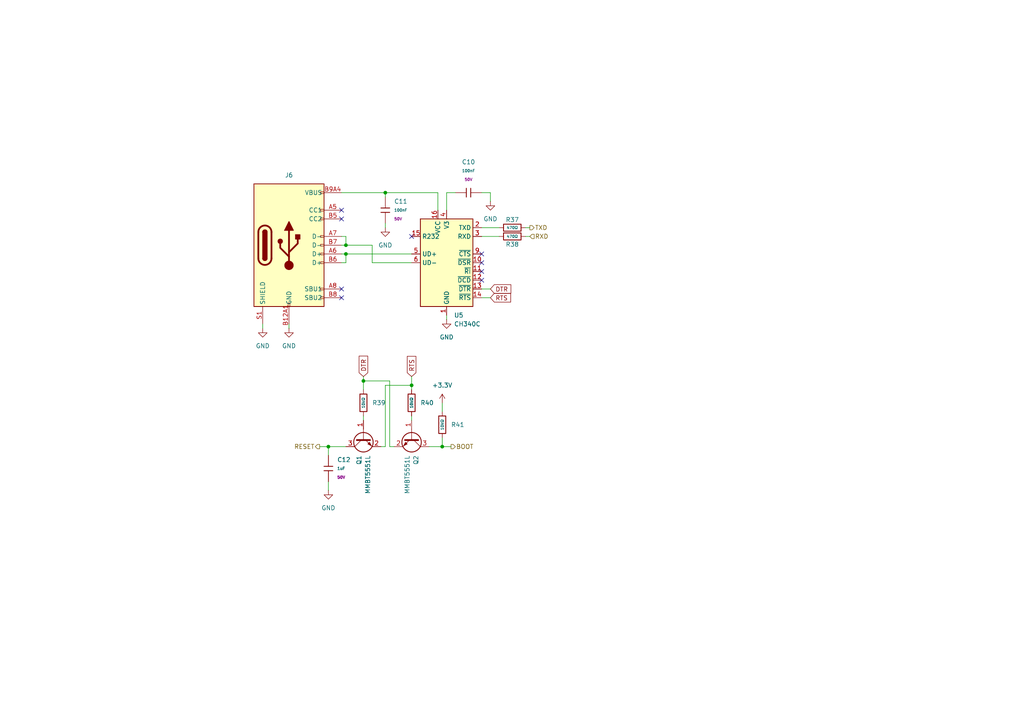
<source format=kicad_sch>
(kicad_sch
	(version 20250114)
	(generator "eeschema")
	(generator_version "9.0")
	(uuid "9e857cc5-3995-4c53-8c2c-04823badc612")
	(paper "A4")
	(title_block
		(title "USB-C")
		(date "2025-11-01")
		(rev "0")
		(company "Solar Energy Racers")
	)
	(lib_symbols
		(symbol "Interface_USB:CH340C"
			(exclude_from_sim no)
			(in_bom yes)
			(on_board yes)
			(property "Reference" "U"
				(at -5.08 13.97 0)
				(effects
					(font
						(size 1.27 1.27)
					)
					(justify right)
				)
			)
			(property "Value" "CH340C"
				(at 1.27 13.97 0)
				(effects
					(font
						(size 1.27 1.27)
					)
					(justify left)
				)
			)
			(property "Footprint" "Package_SO:SOIC-16_3.9x9.9mm_P1.27mm"
				(at -18.542 30.226 0)
				(effects
					(font
						(size 1.27 1.27)
					)
					(justify left)
					(hide yes)
				)
			)
			(property "Datasheet" "https://datasheet.lcsc.com/szlcsc/Jiangsu-Qin-Heng-CH340C_C84681.pdf"
				(at -6.604 33.274 0)
				(effects
					(font
						(size 1.27 1.27)
					)
					(hide yes)
				)
			)
			(property "Description" "USB serial converter, crystal-less, UART, SOIC-16"
				(at -1.524 36.068 0)
				(effects
					(font
						(size 1.27 1.27)
					)
					(hide yes)
				)
			)
			(property "ki_keywords" "USB UART Serial Converter Interface"
				(at 0 0 0)
				(effects
					(font
						(size 1.27 1.27)
					)
					(hide yes)
				)
			)
			(property "ki_fp_filters" "SOIC*3.9x9.9mm*P1.27mm*"
				(at 0 0 0)
				(effects
					(font
						(size 1.27 1.27)
					)
					(hide yes)
				)
			)
			(symbol "CH340C_0_1"
				(rectangle
					(start -7.62 12.7)
					(end 7.62 -12.7)
					(stroke
						(width 0.254)
						(type default)
					)
					(fill
						(type background)
					)
				)
			)
			(symbol "CH340C_1_1"
				(pin input line
					(at -10.16 7.62 0)
					(length 2.54)
					(name "R232"
						(effects
							(font
								(size 1.27 1.27)
							)
						)
					)
					(number "15"
						(effects
							(font
								(size 1.27 1.27)
							)
						)
					)
				)
				(pin bidirectional line
					(at -10.16 2.54 0)
					(length 2.54)
					(name "UD+"
						(effects
							(font
								(size 1.27 1.27)
							)
						)
					)
					(number "5"
						(effects
							(font
								(size 1.27 1.27)
							)
						)
					)
				)
				(pin bidirectional line
					(at -10.16 0 0)
					(length 2.54)
					(name "UD-"
						(effects
							(font
								(size 1.27 1.27)
							)
						)
					)
					(number "6"
						(effects
							(font
								(size 1.27 1.27)
							)
						)
					)
				)
				(pin no_connect line
					(at -7.62 -5.08 0)
					(length 2.54)
					(hide yes)
					(name "NC"
						(effects
							(font
								(size 1.27 1.27)
							)
						)
					)
					(number "7"
						(effects
							(font
								(size 1.27 1.27)
							)
						)
					)
				)
				(pin no_connect line
					(at -7.62 -7.62 0)
					(length 2.54)
					(hide yes)
					(name "NC"
						(effects
							(font
								(size 1.27 1.27)
							)
						)
					)
					(number "8"
						(effects
							(font
								(size 1.27 1.27)
							)
						)
					)
				)
				(pin power_in line
					(at -2.54 15.24 270)
					(length 2.54)
					(name "VCC"
						(effects
							(font
								(size 1.27 1.27)
							)
						)
					)
					(number "16"
						(effects
							(font
								(size 1.27 1.27)
							)
						)
					)
				)
				(pin power_out line
					(at 0 15.24 270)
					(length 2.54)
					(name "V3"
						(effects
							(font
								(size 1.27 1.27)
							)
						)
					)
					(number "4"
						(effects
							(font
								(size 1.27 1.27)
							)
						)
					)
				)
				(pin power_in line
					(at 0 -15.24 90)
					(length 2.54)
					(name "GND"
						(effects
							(font
								(size 1.27 1.27)
							)
						)
					)
					(number "1"
						(effects
							(font
								(size 1.27 1.27)
							)
						)
					)
				)
				(pin output line
					(at 10.16 10.16 180)
					(length 2.54)
					(name "TXD"
						(effects
							(font
								(size 1.27 1.27)
							)
						)
					)
					(number "2"
						(effects
							(font
								(size 1.27 1.27)
							)
						)
					)
				)
				(pin input line
					(at 10.16 7.62 180)
					(length 2.54)
					(name "RXD"
						(effects
							(font
								(size 1.27 1.27)
							)
						)
					)
					(number "3"
						(effects
							(font
								(size 1.27 1.27)
							)
						)
					)
				)
				(pin input line
					(at 10.16 2.54 180)
					(length 2.54)
					(name "~{CTS}"
						(effects
							(font
								(size 1.27 1.27)
							)
						)
					)
					(number "9"
						(effects
							(font
								(size 1.27 1.27)
							)
						)
					)
				)
				(pin input line
					(at 10.16 0 180)
					(length 2.54)
					(name "~{DSR}"
						(effects
							(font
								(size 1.27 1.27)
							)
						)
					)
					(number "10"
						(effects
							(font
								(size 1.27 1.27)
							)
						)
					)
				)
				(pin input line
					(at 10.16 -2.54 180)
					(length 2.54)
					(name "~{RI}"
						(effects
							(font
								(size 1.27 1.27)
							)
						)
					)
					(number "11"
						(effects
							(font
								(size 1.27 1.27)
							)
						)
					)
				)
				(pin input line
					(at 10.16 -5.08 180)
					(length 2.54)
					(name "~{DCD}"
						(effects
							(font
								(size 1.27 1.27)
							)
						)
					)
					(number "12"
						(effects
							(font
								(size 1.27 1.27)
							)
						)
					)
				)
				(pin output line
					(at 10.16 -7.62 180)
					(length 2.54)
					(name "~{DTR}"
						(effects
							(font
								(size 1.27 1.27)
							)
						)
					)
					(number "13"
						(effects
							(font
								(size 1.27 1.27)
							)
						)
					)
				)
				(pin output line
					(at 10.16 -10.16 180)
					(length 2.54)
					(name "~{RTS}"
						(effects
							(font
								(size 1.27 1.27)
							)
						)
					)
					(number "14"
						(effects
							(font
								(size 1.27 1.27)
							)
						)
					)
				)
			)
			(embedded_fonts no)
		)
		(symbol "PCM_JLCPCB-Capacitors:0603,100nF"
			(pin_numbers
				(hide yes)
			)
			(pin_names
				(offset 0)
			)
			(exclude_from_sim no)
			(in_bom yes)
			(on_board yes)
			(property "Reference" "C"
				(at 2.032 1.668 0)
				(effects
					(font
						(size 1.27 1.27)
					)
					(justify left)
				)
			)
			(property "Value" "100nF"
				(at 2.032 -0.3782 0)
				(effects
					(font
						(size 0.8 0.8)
					)
					(justify left)
				)
			)
			(property "Footprint" "PCM_JLCPCB:C_0603"
				(at -1.778 0 90)
				(effects
					(font
						(size 1.27 1.27)
					)
					(hide yes)
				)
			)
			(property "Datasheet" "https://www.lcsc.com/datasheet/lcsc_datasheet_2211101700_YAGEO-CC0603KRX7R9BB104_C14663.pdf"
				(at 0 0 0)
				(effects
					(font
						(size 1.27 1.27)
					)
					(hide yes)
				)
			)
			(property "Description" "50V 100nF X7R ±10% 0603 Multilayer Ceramic Capacitors MLCC - SMD/SMT ROHS"
				(at 0 0 0)
				(effects
					(font
						(size 1.27 1.27)
					)
					(hide yes)
				)
			)
			(property "LCSC" "C14663"
				(at 0 0 0)
				(effects
					(font
						(size 1.27 1.27)
					)
					(hide yes)
				)
			)
			(property "Stock" "70324515"
				(at 0 0 0)
				(effects
					(font
						(size 1.27 1.27)
					)
					(hide yes)
				)
			)
			(property "Price" "0.006USD"
				(at 0 0 0)
				(effects
					(font
						(size 1.27 1.27)
					)
					(hide yes)
				)
			)
			(property "Process" "SMT"
				(at 0 0 0)
				(effects
					(font
						(size 1.27 1.27)
					)
					(hide yes)
				)
			)
			(property "Minimum Qty" "20"
				(at 0 0 0)
				(effects
					(font
						(size 1.27 1.27)
					)
					(hide yes)
				)
			)
			(property "Attrition Qty" "10"
				(at 0 0 0)
				(effects
					(font
						(size 1.27 1.27)
					)
					(hide yes)
				)
			)
			(property "Class" "Basic Component"
				(at 0 0 0)
				(effects
					(font
						(size 1.27 1.27)
					)
					(hide yes)
				)
			)
			(property "Category" "Capacitors,Multilayer Ceramic Capacitors MLCC - SMD/SMT"
				(at 0 0 0)
				(effects
					(font
						(size 1.27 1.27)
					)
					(hide yes)
				)
			)
			(property "Manufacturer" "YAGEO"
				(at 0 0 0)
				(effects
					(font
						(size 1.27 1.27)
					)
					(hide yes)
				)
			)
			(property "Part" "CC0603KRX7R9BB104"
				(at 0 0 0)
				(effects
					(font
						(size 1.27 1.27)
					)
					(hide yes)
				)
			)
			(property "Voltage Rated" "50V"
				(at 2.032 -2.0462 0)
				(effects
					(font
						(size 0.8 0.8)
					)
					(justify left)
				)
			)
			(property "Tolerance" "±10%"
				(at 0 0 0)
				(effects
					(font
						(size 1.27 1.27)
					)
					(hide yes)
				)
			)
			(property "Capacitance" "100nF"
				(at 0 0 0)
				(effects
					(font
						(size 1.27 1.27)
					)
					(hide yes)
				)
			)
			(property "Temperature Coefficient" "X7R"
				(at 0 0 0)
				(effects
					(font
						(size 1.27 1.27)
					)
					(hide yes)
				)
			)
			(property "ki_fp_filters" "C_*"
				(at 0 0 0)
				(effects
					(font
						(size 1.27 1.27)
					)
					(hide yes)
				)
			)
			(symbol "0603,100nF_0_1"
				(polyline
					(pts
						(xy -1.27 0.635) (xy 1.27 0.635)
					)
					(stroke
						(width 0.254)
						(type default)
					)
					(fill
						(type none)
					)
				)
				(polyline
					(pts
						(xy -1.27 -0.635) (xy 1.27 -0.635)
					)
					(stroke
						(width 0.254)
						(type default)
					)
					(fill
						(type none)
					)
				)
			)
			(symbol "0603,100nF_1_1"
				(pin passive line
					(at 0 3.81 270)
					(length 3.175)
					(name "~"
						(effects
							(font
								(size 1.27 1.27)
							)
						)
					)
					(number "1"
						(effects
							(font
								(size 1.27 1.27)
							)
						)
					)
				)
				(pin passive line
					(at 0 -3.81 90)
					(length 3.175)
					(name "~"
						(effects
							(font
								(size 1.27 1.27)
							)
						)
					)
					(number "2"
						(effects
							(font
								(size 1.27 1.27)
							)
						)
					)
				)
			)
			(embedded_fonts no)
		)
		(symbol "PCM_JLCPCB-Capacitors:0603,1uF"
			(pin_numbers
				(hide yes)
			)
			(pin_names
				(offset 0)
			)
			(exclude_from_sim no)
			(in_bom yes)
			(on_board yes)
			(property "Reference" "C"
				(at 2.032 1.668 0)
				(effects
					(font
						(size 1.27 1.27)
					)
					(justify left)
				)
			)
			(property "Value" "1uF"
				(at 2.032 -0.3782 0)
				(effects
					(font
						(size 0.8 0.8)
					)
					(justify left)
				)
			)
			(property "Footprint" "PCM_JLCPCB:C_0603"
				(at -1.778 0 90)
				(effects
					(font
						(size 1.27 1.27)
					)
					(hide yes)
				)
			)
			(property "Datasheet" "https://www.lcsc.com/datasheet/lcsc_datasheet_2304140030_Samsung-Electro-Mechanics-CL10A105KB8NNNC_C15849.pdf"
				(at 0 0 0)
				(effects
					(font
						(size 1.27 1.27)
					)
					(hide yes)
				)
			)
			(property "Description" "50V 1uF X5R ±10% 0603 Multilayer Ceramic Capacitors MLCC - SMD/SMT ROHS"
				(at 0 0 0)
				(effects
					(font
						(size 1.27 1.27)
					)
					(hide yes)
				)
			)
			(property "LCSC" "C15849"
				(at 0 0 0)
				(effects
					(font
						(size 1.27 1.27)
					)
					(hide yes)
				)
			)
			(property "Stock" "11535980"
				(at 0 0 0)
				(effects
					(font
						(size 1.27 1.27)
					)
					(hide yes)
				)
			)
			(property "Price" "0.008USD"
				(at 0 0 0)
				(effects
					(font
						(size 1.27 1.27)
					)
					(hide yes)
				)
			)
			(property "Process" "SMT"
				(at 0 0 0)
				(effects
					(font
						(size 1.27 1.27)
					)
					(hide yes)
				)
			)
			(property "Minimum Qty" "20"
				(at 0 0 0)
				(effects
					(font
						(size 1.27 1.27)
					)
					(hide yes)
				)
			)
			(property "Attrition Qty" "10"
				(at 0 0 0)
				(effects
					(font
						(size 1.27 1.27)
					)
					(hide yes)
				)
			)
			(property "Class" "Basic Component"
				(at 0 0 0)
				(effects
					(font
						(size 1.27 1.27)
					)
					(hide yes)
				)
			)
			(property "Category" "Capacitors,Multilayer Ceramic Capacitors MLCC - SMD/SMT"
				(at 0 0 0)
				(effects
					(font
						(size 1.27 1.27)
					)
					(hide yes)
				)
			)
			(property "Manufacturer" "Samsung Electro-Mechanics"
				(at 0 0 0)
				(effects
					(font
						(size 1.27 1.27)
					)
					(hide yes)
				)
			)
			(property "Part" "CL10A105KB8NNNC"
				(at 0 0 0)
				(effects
					(font
						(size 1.27 1.27)
					)
					(hide yes)
				)
			)
			(property "Voltage Rated" "50V"
				(at 2.032 -2.0462 0)
				(effects
					(font
						(size 0.8 0.8)
					)
					(justify left)
				)
			)
			(property "Tolerance" "±10%"
				(at 0 0 0)
				(effects
					(font
						(size 1.27 1.27)
					)
					(hide yes)
				)
			)
			(property "Capacitance" "1uF"
				(at 0 0 0)
				(effects
					(font
						(size 1.27 1.27)
					)
					(hide yes)
				)
			)
			(property "Temperature Coefficient" "X5R"
				(at 0 0 0)
				(effects
					(font
						(size 1.27 1.27)
					)
					(hide yes)
				)
			)
			(property "ki_fp_filters" "C_*"
				(at 0 0 0)
				(effects
					(font
						(size 1.27 1.27)
					)
					(hide yes)
				)
			)
			(symbol "0603,1uF_0_1"
				(polyline
					(pts
						(xy -1.27 0.635) (xy 1.27 0.635)
					)
					(stroke
						(width 0.254)
						(type default)
					)
					(fill
						(type none)
					)
				)
				(polyline
					(pts
						(xy -1.27 -0.635) (xy 1.27 -0.635)
					)
					(stroke
						(width 0.254)
						(type default)
					)
					(fill
						(type none)
					)
				)
			)
			(symbol "0603,1uF_1_1"
				(pin passive line
					(at 0 3.81 270)
					(length 3.175)
					(name "~"
						(effects
							(font
								(size 1.27 1.27)
							)
						)
					)
					(number "1"
						(effects
							(font
								(size 1.27 1.27)
							)
						)
					)
				)
				(pin passive line
					(at 0 -3.81 90)
					(length 3.175)
					(name "~"
						(effects
							(font
								(size 1.27 1.27)
							)
						)
					)
					(number "2"
						(effects
							(font
								(size 1.27 1.27)
							)
						)
					)
				)
			)
			(embedded_fonts no)
		)
		(symbol "PCM_JLCPCB-Extended:Connector, USB-TYPE-C-16P"
			(exclude_from_sim no)
			(in_bom yes)
			(on_board yes)
			(property "Reference" "J"
				(at 2.54 2.54 0)
				(effects
					(font
						(size 1.27 1.27)
					)
				)
			)
			(property "Value" "Connector, USB-TYPE-C-16P"
				(at 2.54 -1.27 0)
				(effects
					(font
						(size 1.27 1.27)
					)
					(hide yes)
				)
			)
			(property "Footprint" "PCM_JLCPCB:TYPE-C-SMD_HX-TYPE-C-16PIN"
				(at 0 -10.16 0)
				(effects
					(font
						(size 1.27 1.27)
						(italic yes)
					)
					(hide yes)
				)
			)
			(property "Datasheet" "https://atta.szlcsc.com/upload/public/pdf/source/20220920/0EF8F885FCCEA71F60E9E85152155021.pdf"
				(at -2.286 0.127 0)
				(effects
					(font
						(size 1.27 1.27)
					)
					(justify left)
					(hide yes)
				)
			)
			(property "Description" "3A 1 Horizontal attachment 16P Female -25℃~+85℃ Type-C SMD USB Connectors ROHS"
				(at 2.54 1.27 0)
				(effects
					(font
						(size 1.27 1.27)
					)
					(hide yes)
				)
			)
			(property "LCSC" "C2927039"
				(at 2.54 1.27 0)
				(effects
					(font
						(size 1.27 1.27)
					)
					(hide yes)
				)
			)
			(property "ki_keywords" "C2927039"
				(at 0 0 0)
				(effects
					(font
						(size 1.27 1.27)
					)
					(hide yes)
				)
			)
			(symbol "Connector, USB-TYPE-C-16P_0_0"
				(rectangle
					(start -0.254 -17.78)
					(end 0.254 -16.764)
					(stroke
						(width 0)
						(type default)
					)
					(fill
						(type none)
					)
				)
				(rectangle
					(start 10.16 15.494)
					(end 9.144 14.986)
					(stroke
						(width 0)
						(type default)
					)
					(fill
						(type none)
					)
				)
				(rectangle
					(start 10.16 10.414)
					(end 9.144 9.906)
					(stroke
						(width 0)
						(type default)
					)
					(fill
						(type none)
					)
				)
				(rectangle
					(start 10.16 7.874)
					(end 9.144 7.366)
					(stroke
						(width 0)
						(type default)
					)
					(fill
						(type none)
					)
				)
				(rectangle
					(start 10.16 2.794)
					(end 9.144 2.286)
					(stroke
						(width 0)
						(type default)
					)
					(fill
						(type none)
					)
				)
				(rectangle
					(start 10.16 0.254)
					(end 9.144 -0.254)
					(stroke
						(width 0)
						(type default)
					)
					(fill
						(type none)
					)
				)
				(rectangle
					(start 10.16 -2.286)
					(end 9.144 -2.794)
					(stroke
						(width 0)
						(type default)
					)
					(fill
						(type none)
					)
				)
				(rectangle
					(start 10.16 -4.826)
					(end 9.144 -5.334)
					(stroke
						(width 0)
						(type default)
					)
					(fill
						(type none)
					)
				)
				(rectangle
					(start 10.16 -12.446)
					(end 9.144 -12.954)
					(stroke
						(width 0)
						(type default)
					)
					(fill
						(type none)
					)
				)
				(rectangle
					(start 10.16 -14.986)
					(end 9.144 -15.494)
					(stroke
						(width 0)
						(type default)
					)
					(fill
						(type none)
					)
				)
			)
			(symbol "Connector, USB-TYPE-C-16P_0_1"
				(rectangle
					(start -10.16 17.78)
					(end 10.16 -17.78)
					(stroke
						(width 0.254)
						(type default)
					)
					(fill
						(type background)
					)
				)
				(polyline
					(pts
						(xy -8.89 -3.81) (xy -8.89 3.81)
					)
					(stroke
						(width 0.508)
						(type default)
					)
					(fill
						(type none)
					)
				)
				(rectangle
					(start -7.62 -3.81)
					(end -6.35 3.81)
					(stroke
						(width 0.254)
						(type default)
					)
					(fill
						(type outline)
					)
				)
				(arc
					(start -7.62 3.81)
					(mid -6.985 4.4423)
					(end -6.35 3.81)
					(stroke
						(width 0.254)
						(type default)
					)
					(fill
						(type none)
					)
				)
				(arc
					(start -7.62 3.81)
					(mid -6.985 4.4423)
					(end -6.35 3.81)
					(stroke
						(width 0.254)
						(type default)
					)
					(fill
						(type outline)
					)
				)
				(arc
					(start -8.89 3.81)
					(mid -6.985 5.7067)
					(end -5.08 3.81)
					(stroke
						(width 0.508)
						(type default)
					)
					(fill
						(type none)
					)
				)
				(arc
					(start -5.08 -3.81)
					(mid -6.985 -5.7067)
					(end -8.89 -3.81)
					(stroke
						(width 0.508)
						(type default)
					)
					(fill
						(type none)
					)
				)
				(arc
					(start -6.35 -3.81)
					(mid -6.985 -4.4423)
					(end -7.62 -3.81)
					(stroke
						(width 0.254)
						(type default)
					)
					(fill
						(type none)
					)
				)
				(arc
					(start -6.35 -3.81)
					(mid -6.985 -4.4423)
					(end -7.62 -3.81)
					(stroke
						(width 0.254)
						(type default)
					)
					(fill
						(type outline)
					)
				)
				(polyline
					(pts
						(xy -5.08 3.81) (xy -5.08 -3.81)
					)
					(stroke
						(width 0.508)
						(type default)
					)
					(fill
						(type none)
					)
				)
				(circle
					(center -2.54 1.143)
					(radius 0.635)
					(stroke
						(width 0.254)
						(type default)
					)
					(fill
						(type outline)
					)
				)
				(polyline
					(pts
						(xy -1.27 4.318) (xy 0 6.858) (xy 1.27 4.318) (xy -1.27 4.318)
					)
					(stroke
						(width 0.254)
						(type default)
					)
					(fill
						(type outline)
					)
				)
				(polyline
					(pts
						(xy 0 -2.032) (xy 2.54 0.508) (xy 2.54 1.778)
					)
					(stroke
						(width 0.508)
						(type default)
					)
					(fill
						(type none)
					)
				)
				(polyline
					(pts
						(xy 0 -3.302) (xy -2.54 -0.762) (xy -2.54 0.508)
					)
					(stroke
						(width 0.508)
						(type default)
					)
					(fill
						(type none)
					)
				)
				(polyline
					(pts
						(xy 0 -5.842) (xy 0 4.318)
					)
					(stroke
						(width 0.508)
						(type default)
					)
					(fill
						(type none)
					)
				)
				(circle
					(center 0 -5.842)
					(radius 1.27)
					(stroke
						(width 0)
						(type default)
					)
					(fill
						(type outline)
					)
				)
				(rectangle
					(start 1.905 1.778)
					(end 3.175 3.048)
					(stroke
						(width 0.254)
						(type default)
					)
					(fill
						(type outline)
					)
				)
			)
			(symbol "Connector, USB-TYPE-C-16P_1_1"
				(pin passive line
					(at -7.62 -22.86 90)
					(length 5.08)
					(name "SHIELD"
						(effects
							(font
								(size 1.27 1.27)
							)
						)
					)
					(number "S1"
						(effects
							(font
								(size 1.27 1.27)
							)
						)
					)
				)
				(pin passive line
					(at 0 -22.86 90)
					(length 5.08)
					(hide yes)
					(name "GND"
						(effects
							(font
								(size 1.27 1.27)
							)
						)
					)
					(number "A12B1"
						(effects
							(font
								(size 1.27 1.27)
							)
						)
					)
				)
				(pin passive line
					(at 0 -22.86 90)
					(length 5.08)
					(name "GND"
						(effects
							(font
								(size 1.27 1.27)
							)
						)
					)
					(number "B12A1"
						(effects
							(font
								(size 1.27 1.27)
							)
						)
					)
				)
				(pin passive line
					(at 15.24 15.24 180)
					(length 5.08)
					(hide yes)
					(name "VBUS"
						(effects
							(font
								(size 1.27 1.27)
							)
						)
					)
					(number "A9B4"
						(effects
							(font
								(size 1.27 1.27)
							)
						)
					)
				)
				(pin passive line
					(at 15.24 15.24 180)
					(length 5.08)
					(name "VBUS"
						(effects
							(font
								(size 1.27 1.27)
							)
						)
					)
					(number "B9A4"
						(effects
							(font
								(size 1.27 1.27)
							)
						)
					)
				)
				(pin bidirectional line
					(at 15.24 10.16 180)
					(length 5.08)
					(name "CC1"
						(effects
							(font
								(size 1.27 1.27)
							)
						)
					)
					(number "A5"
						(effects
							(font
								(size 1.27 1.27)
							)
						)
					)
				)
				(pin bidirectional line
					(at 15.24 7.62 180)
					(length 5.08)
					(name "CC2"
						(effects
							(font
								(size 1.27 1.27)
							)
						)
					)
					(number "B5"
						(effects
							(font
								(size 1.27 1.27)
							)
						)
					)
				)
				(pin bidirectional line
					(at 15.24 2.54 180)
					(length 5.08)
					(name "D-"
						(effects
							(font
								(size 1.27 1.27)
							)
						)
					)
					(number "A7"
						(effects
							(font
								(size 1.27 1.27)
							)
						)
					)
				)
				(pin bidirectional line
					(at 15.24 0 180)
					(length 5.08)
					(name "D-"
						(effects
							(font
								(size 1.27 1.27)
							)
						)
					)
					(number "B7"
						(effects
							(font
								(size 1.27 1.27)
							)
						)
					)
				)
				(pin bidirectional line
					(at 15.24 -2.54 180)
					(length 5.08)
					(name "D+"
						(effects
							(font
								(size 1.27 1.27)
							)
						)
					)
					(number "A6"
						(effects
							(font
								(size 1.27 1.27)
							)
						)
					)
				)
				(pin bidirectional line
					(at 15.24 -5.08 180)
					(length 5.08)
					(name "D+"
						(effects
							(font
								(size 1.27 1.27)
							)
						)
					)
					(number "B6"
						(effects
							(font
								(size 1.27 1.27)
							)
						)
					)
				)
				(pin bidirectional line
					(at 15.24 -12.7 180)
					(length 5.08)
					(name "SBU1"
						(effects
							(font
								(size 1.27 1.27)
							)
						)
					)
					(number "A8"
						(effects
							(font
								(size 1.27 1.27)
							)
						)
					)
				)
				(pin bidirectional line
					(at 15.24 -15.24 180)
					(length 5.08)
					(name "SBU2"
						(effects
							(font
								(size 1.27 1.27)
							)
						)
					)
					(number "B8"
						(effects
							(font
								(size 1.27 1.27)
							)
						)
					)
				)
			)
			(embedded_fonts no)
		)
		(symbol "PCM_JLCPCB-Resistors:0603,10kΩ"
			(pin_numbers
				(hide yes)
			)
			(pin_names
				(offset 0)
			)
			(exclude_from_sim no)
			(in_bom yes)
			(on_board yes)
			(property "Reference" "R"
				(at 1.778 0 0)
				(effects
					(font
						(size 1.27 1.27)
					)
					(justify left)
				)
			)
			(property "Value" "10kΩ"
				(at 0 0 90)
				(do_not_autoplace)
				(effects
					(font
						(size 0.8 0.8)
					)
				)
			)
			(property "Footprint" "PCM_JLCPCB:R_0603"
				(at -1.778 0 90)
				(effects
					(font
						(size 1.27 1.27)
					)
					(hide yes)
				)
			)
			(property "Datasheet" "https://www.lcsc.com/datasheet/lcsc_datasheet_2206010045_UNI-ROYAL-Uniroyal-Elec-0603WAF1002T5E_C25804.pdf"
				(at 0 0 0)
				(effects
					(font
						(size 1.27 1.27)
					)
					(hide yes)
				)
			)
			(property "Description" "100mW Thick Film Resistors 75V ±100ppm/°C ±1% 10kΩ 0603 Chip Resistor - Surface Mount ROHS"
				(at 0 0 0)
				(effects
					(font
						(size 1.27 1.27)
					)
					(hide yes)
				)
			)
			(property "LCSC" "C25804"
				(at 0 0 0)
				(effects
					(font
						(size 1.27 1.27)
					)
					(hide yes)
				)
			)
			(property "Stock" "51181774"
				(at 0 0 0)
				(effects
					(font
						(size 1.27 1.27)
					)
					(hide yes)
				)
			)
			(property "Price" "0.004USD"
				(at 0 0 0)
				(effects
					(font
						(size 1.27 1.27)
					)
					(hide yes)
				)
			)
			(property "Process" "SMT"
				(at 0 0 0)
				(effects
					(font
						(size 1.27 1.27)
					)
					(hide yes)
				)
			)
			(property "Minimum Qty" "20"
				(at 0 0 0)
				(effects
					(font
						(size 1.27 1.27)
					)
					(hide yes)
				)
			)
			(property "Attrition Qty" "10"
				(at 0 0 0)
				(effects
					(font
						(size 1.27 1.27)
					)
					(hide yes)
				)
			)
			(property "Class" "Basic Component"
				(at 0 0 0)
				(effects
					(font
						(size 1.27 1.27)
					)
					(hide yes)
				)
			)
			(property "Category" "Resistors,Chip Resistor - Surface Mount"
				(at 0 0 0)
				(effects
					(font
						(size 1.27 1.27)
					)
					(hide yes)
				)
			)
			(property "Manufacturer" "UNI-ROYAL(Uniroyal Elec)"
				(at 0 0 0)
				(effects
					(font
						(size 1.27 1.27)
					)
					(hide yes)
				)
			)
			(property "Part" "0603WAF1002T5E"
				(at 0 0 0)
				(effects
					(font
						(size 1.27 1.27)
					)
					(hide yes)
				)
			)
			(property "Resistance" "10kΩ"
				(at 0 0 0)
				(effects
					(font
						(size 1.27 1.27)
					)
					(hide yes)
				)
			)
			(property "Power(Watts)" "100mW"
				(at 0 0 0)
				(effects
					(font
						(size 1.27 1.27)
					)
					(hide yes)
				)
			)
			(property "Type" "Thick Film Resistors"
				(at 0 0 0)
				(effects
					(font
						(size 1.27 1.27)
					)
					(hide yes)
				)
			)
			(property "Overload Voltage (Max)" "75V"
				(at 0 0 0)
				(effects
					(font
						(size 1.27 1.27)
					)
					(hide yes)
				)
			)
			(property "Operating Temperature Range" "-55°C~+155°C"
				(at 0 0 0)
				(effects
					(font
						(size 1.27 1.27)
					)
					(hide yes)
				)
			)
			(property "Tolerance" "±1%"
				(at 0 0 0)
				(effects
					(font
						(size 1.27 1.27)
					)
					(hide yes)
				)
			)
			(property "Temperature Coefficient" "±100ppm/°C"
				(at 0 0 0)
				(effects
					(font
						(size 1.27 1.27)
					)
					(hide yes)
				)
			)
			(property "ki_fp_filters" "R_*"
				(at 0 0 0)
				(effects
					(font
						(size 1.27 1.27)
					)
					(hide yes)
				)
			)
			(symbol "0603,10kΩ_0_1"
				(rectangle
					(start -1.016 2.54)
					(end 1.016 -2.54)
					(stroke
						(width 0.254)
						(type default)
					)
					(fill
						(type none)
					)
				)
			)
			(symbol "0603,10kΩ_1_1"
				(pin passive line
					(at 0 3.81 270)
					(length 1.27)
					(name "~"
						(effects
							(font
								(size 1.27 1.27)
							)
						)
					)
					(number "1"
						(effects
							(font
								(size 1.27 1.27)
							)
						)
					)
				)
				(pin passive line
					(at 0 -3.81 90)
					(length 1.27)
					(name "~"
						(effects
							(font
								(size 1.27 1.27)
							)
						)
					)
					(number "2"
						(effects
							(font
								(size 1.27 1.27)
							)
						)
					)
				)
			)
			(embedded_fonts no)
		)
		(symbol "PCM_JLCPCB-Resistors:0603,470Ω"
			(pin_numbers
				(hide yes)
			)
			(pin_names
				(offset 0)
			)
			(exclude_from_sim no)
			(in_bom yes)
			(on_board yes)
			(property "Reference" "R"
				(at 1.778 0 0)
				(effects
					(font
						(size 1.27 1.27)
					)
					(justify left)
				)
			)
			(property "Value" "470Ω"
				(at 0 0 90)
				(do_not_autoplace)
				(effects
					(font
						(size 0.8 0.8)
					)
				)
			)
			(property "Footprint" "PCM_JLCPCB:R_0603"
				(at -1.778 0 90)
				(effects
					(font
						(size 1.27 1.27)
					)
					(hide yes)
				)
			)
			(property "Datasheet" "https://www.lcsc.com/datasheet/lcsc_datasheet_2206010116_UNI-ROYAL-Uniroyal-Elec-0603WAF4700T5E_C23179.pdf"
				(at 0 0 0)
				(effects
					(font
						(size 1.27 1.27)
					)
					(hide yes)
				)
			)
			(property "Description" "100mW Thick Film Resistors 75V ±100ppm/°C ±1% 470Ω 0603 Chip Resistor - Surface Mount ROHS"
				(at 0 0 0)
				(effects
					(font
						(size 1.27 1.27)
					)
					(hide yes)
				)
			)
			(property "LCSC" "C23179"
				(at 0 0 0)
				(effects
					(font
						(size 1.27 1.27)
					)
					(hide yes)
				)
			)
			(property "Stock" "3910258"
				(at 0 0 0)
				(effects
					(font
						(size 1.27 1.27)
					)
					(hide yes)
				)
			)
			(property "Price" "0.004USD"
				(at 0 0 0)
				(effects
					(font
						(size 1.27 1.27)
					)
					(hide yes)
				)
			)
			(property "Process" "SMT"
				(at 0 0 0)
				(effects
					(font
						(size 1.27 1.27)
					)
					(hide yes)
				)
			)
			(property "Minimum Qty" "20"
				(at 0 0 0)
				(effects
					(font
						(size 1.27 1.27)
					)
					(hide yes)
				)
			)
			(property "Attrition Qty" "10"
				(at 0 0 0)
				(effects
					(font
						(size 1.27 1.27)
					)
					(hide yes)
				)
			)
			(property "Class" "Basic Component"
				(at 0 0 0)
				(effects
					(font
						(size 1.27 1.27)
					)
					(hide yes)
				)
			)
			(property "Category" "Resistors,Chip Resistor - Surface Mount"
				(at 0 0 0)
				(effects
					(font
						(size 1.27 1.27)
					)
					(hide yes)
				)
			)
			(property "Manufacturer" "UNI-ROYAL(Uniroyal Elec)"
				(at 0 0 0)
				(effects
					(font
						(size 1.27 1.27)
					)
					(hide yes)
				)
			)
			(property "Part" "0603WAF4700T5E"
				(at 0 0 0)
				(effects
					(font
						(size 1.27 1.27)
					)
					(hide yes)
				)
			)
			(property "Resistance" "470Ω"
				(at 0 0 0)
				(effects
					(font
						(size 1.27 1.27)
					)
					(hide yes)
				)
			)
			(property "Power(Watts)" "100mW"
				(at 0 0 0)
				(effects
					(font
						(size 1.27 1.27)
					)
					(hide yes)
				)
			)
			(property "Type" "Thick Film Resistors"
				(at 0 0 0)
				(effects
					(font
						(size 1.27 1.27)
					)
					(hide yes)
				)
			)
			(property "Overload Voltage (Max)" "75V"
				(at 0 0 0)
				(effects
					(font
						(size 1.27 1.27)
					)
					(hide yes)
				)
			)
			(property "Operating Temperature Range" "-55°C~+155°C"
				(at 0 0 0)
				(effects
					(font
						(size 1.27 1.27)
					)
					(hide yes)
				)
			)
			(property "Tolerance" "±1%"
				(at 0 0 0)
				(effects
					(font
						(size 1.27 1.27)
					)
					(hide yes)
				)
			)
			(property "Temperature Coefficient" "±100ppm/°C"
				(at 0 0 0)
				(effects
					(font
						(size 1.27 1.27)
					)
					(hide yes)
				)
			)
			(property "ki_fp_filters" "R_*"
				(at 0 0 0)
				(effects
					(font
						(size 1.27 1.27)
					)
					(hide yes)
				)
			)
			(symbol "0603,470Ω_0_1"
				(rectangle
					(start -1.016 2.54)
					(end 1.016 -2.54)
					(stroke
						(width 0.254)
						(type default)
					)
					(fill
						(type none)
					)
				)
			)
			(symbol "0603,470Ω_1_1"
				(pin passive line
					(at 0 3.81 270)
					(length 1.27)
					(name "~"
						(effects
							(font
								(size 1.27 1.27)
							)
						)
					)
					(number "1"
						(effects
							(font
								(size 1.27 1.27)
							)
						)
					)
				)
				(pin passive line
					(at 0 -3.81 90)
					(length 1.27)
					(name "~"
						(effects
							(font
								(size 1.27 1.27)
							)
						)
					)
					(number "2"
						(effects
							(font
								(size 1.27 1.27)
							)
						)
					)
				)
			)
			(embedded_fonts no)
		)
		(symbol "Transistor_BJT:MMBT5551L"
			(pin_names
				(offset 0)
				(hide yes)
			)
			(exclude_from_sim no)
			(in_bom yes)
			(on_board yes)
			(property "Reference" "Q"
				(at 5.08 1.905 0)
				(effects
					(font
						(size 1.27 1.27)
					)
					(justify left)
				)
			)
			(property "Value" "MMBT5551L"
				(at 5.08 0 0)
				(effects
					(font
						(size 1.27 1.27)
					)
					(justify left)
				)
			)
			(property "Footprint" "Package_TO_SOT_SMD:SOT-23"
				(at 5.08 -1.905 0)
				(effects
					(font
						(size 1.27 1.27)
						(italic yes)
					)
					(justify left)
					(hide yes)
				)
			)
			(property "Datasheet" "www.onsemi.com/pub/Collateral/MMBT5550LT1-D.PDF"
				(at 0 0 0)
				(effects
					(font
						(size 1.27 1.27)
					)
					(justify left)
					(hide yes)
				)
			)
			(property "Description" "0.6A Ic, 160V Vce, NPN Transistor, SOT-23"
				(at 0 0 0)
				(effects
					(font
						(size 1.27 1.27)
					)
					(hide yes)
				)
			)
			(property "ki_keywords" "NPN Transistor"
				(at 0 0 0)
				(effects
					(font
						(size 1.27 1.27)
					)
					(hide yes)
				)
			)
			(property "ki_fp_filters" "SOT?23*"
				(at 0 0 0)
				(effects
					(font
						(size 1.27 1.27)
					)
					(hide yes)
				)
			)
			(symbol "MMBT5551L_0_1"
				(polyline
					(pts
						(xy -2.54 0) (xy 0.635 0)
					)
					(stroke
						(width 0)
						(type default)
					)
					(fill
						(type none)
					)
				)
				(polyline
					(pts
						(xy 0.635 1.905) (xy 0.635 -1.905)
					)
					(stroke
						(width 0.508)
						(type default)
					)
					(fill
						(type none)
					)
				)
				(circle
					(center 1.27 0)
					(radius 2.8194)
					(stroke
						(width 0.254)
						(type default)
					)
					(fill
						(type none)
					)
				)
			)
			(symbol "MMBT5551L_1_1"
				(polyline
					(pts
						(xy 0.635 0.635) (xy 2.54 2.54)
					)
					(stroke
						(width 0)
						(type default)
					)
					(fill
						(type none)
					)
				)
				(polyline
					(pts
						(xy 0.635 -0.635) (xy 2.54 -2.54)
					)
					(stroke
						(width 0)
						(type default)
					)
					(fill
						(type none)
					)
				)
				(polyline
					(pts
						(xy 1.27 -1.778) (xy 1.778 -1.27) (xy 2.286 -2.286) (xy 1.27 -1.778)
					)
					(stroke
						(width 0)
						(type default)
					)
					(fill
						(type outline)
					)
				)
				(pin input line
					(at -5.08 0 0)
					(length 2.54)
					(name "B"
						(effects
							(font
								(size 1.27 1.27)
							)
						)
					)
					(number "1"
						(effects
							(font
								(size 1.27 1.27)
							)
						)
					)
				)
				(pin passive line
					(at 2.54 5.08 270)
					(length 2.54)
					(name "C"
						(effects
							(font
								(size 1.27 1.27)
							)
						)
					)
					(number "3"
						(effects
							(font
								(size 1.27 1.27)
							)
						)
					)
				)
				(pin passive line
					(at 2.54 -5.08 90)
					(length 2.54)
					(name "E"
						(effects
							(font
								(size 1.27 1.27)
							)
						)
					)
					(number "2"
						(effects
							(font
								(size 1.27 1.27)
							)
						)
					)
				)
			)
			(embedded_fonts no)
		)
		(symbol "power:+3.3V"
			(power)
			(pin_numbers
				(hide yes)
			)
			(pin_names
				(offset 0)
				(hide yes)
			)
			(exclude_from_sim no)
			(in_bom yes)
			(on_board yes)
			(property "Reference" "#PWR"
				(at 0 -3.81 0)
				(effects
					(font
						(size 1.27 1.27)
					)
					(hide yes)
				)
			)
			(property "Value" "+3.3V"
				(at 0 3.556 0)
				(effects
					(font
						(size 1.27 1.27)
					)
				)
			)
			(property "Footprint" ""
				(at 0 0 0)
				(effects
					(font
						(size 1.27 1.27)
					)
					(hide yes)
				)
			)
			(property "Datasheet" ""
				(at 0 0 0)
				(effects
					(font
						(size 1.27 1.27)
					)
					(hide yes)
				)
			)
			(property "Description" "Power symbol creates a global label with name \"+3.3V\""
				(at 0 0 0)
				(effects
					(font
						(size 1.27 1.27)
					)
					(hide yes)
				)
			)
			(property "ki_keywords" "global power"
				(at 0 0 0)
				(effects
					(font
						(size 1.27 1.27)
					)
					(hide yes)
				)
			)
			(symbol "+3.3V_0_1"
				(polyline
					(pts
						(xy -0.762 1.27) (xy 0 2.54)
					)
					(stroke
						(width 0)
						(type default)
					)
					(fill
						(type none)
					)
				)
				(polyline
					(pts
						(xy 0 2.54) (xy 0.762 1.27)
					)
					(stroke
						(width 0)
						(type default)
					)
					(fill
						(type none)
					)
				)
				(polyline
					(pts
						(xy 0 0) (xy 0 2.54)
					)
					(stroke
						(width 0)
						(type default)
					)
					(fill
						(type none)
					)
				)
			)
			(symbol "+3.3V_1_1"
				(pin power_in line
					(at 0 0 90)
					(length 0)
					(name "~"
						(effects
							(font
								(size 1.27 1.27)
							)
						)
					)
					(number "1"
						(effects
							(font
								(size 1.27 1.27)
							)
						)
					)
				)
			)
			(embedded_fonts no)
		)
		(symbol "power:GND"
			(power)
			(pin_numbers
				(hide yes)
			)
			(pin_names
				(offset 0)
				(hide yes)
			)
			(exclude_from_sim no)
			(in_bom yes)
			(on_board yes)
			(property "Reference" "#PWR"
				(at 0 -6.35 0)
				(effects
					(font
						(size 1.27 1.27)
					)
					(hide yes)
				)
			)
			(property "Value" "GND"
				(at 0 -3.81 0)
				(effects
					(font
						(size 1.27 1.27)
					)
				)
			)
			(property "Footprint" ""
				(at 0 0 0)
				(effects
					(font
						(size 1.27 1.27)
					)
					(hide yes)
				)
			)
			(property "Datasheet" ""
				(at 0 0 0)
				(effects
					(font
						(size 1.27 1.27)
					)
					(hide yes)
				)
			)
			(property "Description" "Power symbol creates a global label with name \"GND\" , ground"
				(at 0 0 0)
				(effects
					(font
						(size 1.27 1.27)
					)
					(hide yes)
				)
			)
			(property "ki_keywords" "global power"
				(at 0 0 0)
				(effects
					(font
						(size 1.27 1.27)
					)
					(hide yes)
				)
			)
			(symbol "GND_0_1"
				(polyline
					(pts
						(xy 0 0) (xy 0 -1.27) (xy 1.27 -1.27) (xy 0 -2.54) (xy -1.27 -1.27) (xy 0 -1.27)
					)
					(stroke
						(width 0)
						(type default)
					)
					(fill
						(type none)
					)
				)
			)
			(symbol "GND_1_1"
				(pin power_in line
					(at 0 0 270)
					(length 0)
					(name "~"
						(effects
							(font
								(size 1.27 1.27)
							)
						)
					)
					(number "1"
						(effects
							(font
								(size 1.27 1.27)
							)
						)
					)
				)
			)
			(embedded_fonts no)
		)
	)
	(junction
		(at 128.27 129.54)
		(diameter 0)
		(color 0 0 0 0)
		(uuid "0cdc3f3f-2174-4c5c-b7f9-1ab76b1f0a4f")
	)
	(junction
		(at 111.76 55.88)
		(diameter 0)
		(color 0 0 0 0)
		(uuid "1f79370d-1d0e-424a-b4a0-cd51178b221b")
	)
	(junction
		(at 100.33 71.12)
		(diameter 0)
		(color 0 0 0 0)
		(uuid "28c3ed44-e044-4c99-803f-d3ff1fcc5800")
	)
	(junction
		(at 100.33 73.66)
		(diameter 0)
		(color 0 0 0 0)
		(uuid "2f89fc8c-9af8-4886-bb8d-ab12b9a8eefe")
	)
	(junction
		(at 119.38 111.76)
		(diameter 0)
		(color 0 0 0 0)
		(uuid "af6d0417-2a03-488f-9f0a-96f9c2e1ff14")
	)
	(junction
		(at 105.41 110.49)
		(diameter 0)
		(color 0 0 0 0)
		(uuid "b3770beb-45a4-4f5e-ac25-773928bacb1a")
	)
	(junction
		(at 95.25 129.54)
		(diameter 0)
		(color 0 0 0 0)
		(uuid "ed84b7b8-3b23-4fb5-8f8a-dfccd0d5fe57")
	)
	(no_connect
		(at 99.06 60.96)
		(uuid "1d63647d-c251-4fd6-8b69-1b67b3bf3e54")
	)
	(no_connect
		(at 139.7 76.2)
		(uuid "264b5206-2dab-4880-b2b7-c9dbc097a149")
	)
	(no_connect
		(at 99.06 83.82)
		(uuid "5f471759-e889-446a-a232-4ddbb513035a")
	)
	(no_connect
		(at 99.06 63.5)
		(uuid "9781077a-93c5-42cf-b7a2-7e723ec01404")
	)
	(no_connect
		(at 139.7 73.66)
		(uuid "9d130017-d7ef-4be1-8dae-a16df24832fb")
	)
	(no_connect
		(at 119.38 68.58)
		(uuid "a37a1c96-a17e-4577-9d8b-4cc6d1d1f0bc")
	)
	(no_connect
		(at 99.06 86.36)
		(uuid "ab1189e3-3d84-4cf9-a6b5-f40576a5ff82")
	)
	(no_connect
		(at 139.7 81.28)
		(uuid "aec15265-8f6d-4b23-8142-ac54ea88bfee")
	)
	(no_connect
		(at 139.7 78.74)
		(uuid "d003cb36-5317-4f42-b70d-aecf6f35836c")
	)
	(wire
		(pts
			(xy 99.06 55.88) (xy 111.76 55.88)
		)
		(stroke
			(width 0)
			(type default)
		)
		(uuid "0072c2cd-c41a-4406-8604-4fb5bcdbe175")
	)
	(wire
		(pts
			(xy 129.54 92.71) (xy 129.54 91.44)
		)
		(stroke
			(width 0)
			(type default)
		)
		(uuid "04590e1d-be09-4795-bcac-5723d4cff660")
	)
	(wire
		(pts
			(xy 105.41 110.49) (xy 105.41 113.03)
		)
		(stroke
			(width 0)
			(type default)
		)
		(uuid "080f7c95-3f09-4576-8ac0-aa72799cf915")
	)
	(wire
		(pts
			(xy 152.4 68.58) (xy 153.67 68.58)
		)
		(stroke
			(width 0)
			(type default)
		)
		(uuid "0e31522a-e256-414d-96ce-0d14bae43d20")
	)
	(wire
		(pts
			(xy 100.33 68.58) (xy 100.33 71.12)
		)
		(stroke
			(width 0)
			(type default)
		)
		(uuid "15f4398e-c267-4d2f-b39e-70bd5edaefca")
	)
	(wire
		(pts
			(xy 127 60.96) (xy 127 55.88)
		)
		(stroke
			(width 0)
			(type default)
		)
		(uuid "278eee43-d8a0-4676-9c9d-50f71fa9644f")
	)
	(wire
		(pts
			(xy 105.41 109.22) (xy 105.41 110.49)
		)
		(stroke
			(width 0)
			(type default)
		)
		(uuid "2f6c18da-dcdc-42a0-80f4-f3ca91b9667b")
	)
	(wire
		(pts
			(xy 119.38 120.65) (xy 119.38 121.92)
		)
		(stroke
			(width 0)
			(type default)
		)
		(uuid "30aae84f-95e7-4c0b-a1f3-9060966b0342")
	)
	(wire
		(pts
			(xy 92.71 129.54) (xy 95.25 129.54)
		)
		(stroke
			(width 0)
			(type default)
		)
		(uuid "36d68cd0-0411-4bc0-8130-a4d6199b92ee")
	)
	(wire
		(pts
			(xy 113.03 129.54) (xy 113.03 110.49)
		)
		(stroke
			(width 0)
			(type default)
		)
		(uuid "493e4261-9192-4bb9-a25a-e487cc5a3050")
	)
	(wire
		(pts
			(xy 99.06 73.66) (xy 100.33 73.66)
		)
		(stroke
			(width 0)
			(type default)
		)
		(uuid "4b60dd3e-f3c8-42c6-bdb9-4475dd6aa7d6")
	)
	(wire
		(pts
			(xy 114.3 129.54) (xy 113.03 129.54)
		)
		(stroke
			(width 0)
			(type default)
		)
		(uuid "4cf4d4ff-86a5-43f3-9a94-7a227c6c6753")
	)
	(wire
		(pts
			(xy 110.49 129.54) (xy 111.76 129.54)
		)
		(stroke
			(width 0)
			(type default)
		)
		(uuid "51be25d2-8a5d-487d-87ba-2897313f7ddb")
	)
	(wire
		(pts
			(xy 129.54 55.88) (xy 129.54 60.96)
		)
		(stroke
			(width 0)
			(type default)
		)
		(uuid "52adc475-ca29-4c38-b314-41f3e9a0b655")
	)
	(wire
		(pts
			(xy 128.27 129.54) (xy 130.81 129.54)
		)
		(stroke
			(width 0)
			(type default)
		)
		(uuid "55e52ab5-fe03-4045-a00f-472b4374bd11")
	)
	(wire
		(pts
			(xy 113.03 110.49) (xy 105.41 110.49)
		)
		(stroke
			(width 0)
			(type default)
		)
		(uuid "5726953c-45f4-48db-9e8a-838ec37518ea")
	)
	(wire
		(pts
			(xy 95.25 139.7) (xy 95.25 142.24)
		)
		(stroke
			(width 0)
			(type default)
		)
		(uuid "57bebb06-9713-4a8a-9f49-607b9ff26123")
	)
	(wire
		(pts
			(xy 105.41 120.65) (xy 105.41 121.92)
		)
		(stroke
			(width 0)
			(type default)
		)
		(uuid "58c0354a-7f33-41a7-a28d-a7259b1ac616")
	)
	(wire
		(pts
			(xy 99.06 68.58) (xy 100.33 68.58)
		)
		(stroke
			(width 0)
			(type default)
		)
		(uuid "5dc22503-e82c-4843-a3ae-7990db1770fa")
	)
	(wire
		(pts
			(xy 107.95 71.12) (xy 107.95 76.2)
		)
		(stroke
			(width 0)
			(type default)
		)
		(uuid "6a5e4a28-8913-47eb-9d95-100a93316f2e")
	)
	(wire
		(pts
			(xy 142.24 83.82) (xy 139.7 83.82)
		)
		(stroke
			(width 0)
			(type default)
		)
		(uuid "6b82c1d2-1d41-438c-955b-92a349b35d91")
	)
	(wire
		(pts
			(xy 139.7 66.04) (xy 144.78 66.04)
		)
		(stroke
			(width 0)
			(type default)
		)
		(uuid "72219c81-ea9a-4bd4-b32f-6e089fb1ae3b")
	)
	(wire
		(pts
			(xy 95.25 129.54) (xy 100.33 129.54)
		)
		(stroke
			(width 0)
			(type default)
		)
		(uuid "8629a2c5-e87c-4a56-8ea6-edd178c0b339")
	)
	(wire
		(pts
			(xy 111.76 55.88) (xy 111.76 57.15)
		)
		(stroke
			(width 0)
			(type default)
		)
		(uuid "899d5613-8d35-41d9-933c-0535269c8865")
	)
	(wire
		(pts
			(xy 152.4 66.04) (xy 153.67 66.04)
		)
		(stroke
			(width 0)
			(type default)
		)
		(uuid "980f6024-6132-4498-9093-a1b76cf4c786")
	)
	(wire
		(pts
			(xy 111.76 66.04) (xy 111.76 64.77)
		)
		(stroke
			(width 0)
			(type default)
		)
		(uuid "9a917746-f616-4bb4-ba76-5c1b643e4e4d")
	)
	(wire
		(pts
			(xy 99.06 71.12) (xy 100.33 71.12)
		)
		(stroke
			(width 0)
			(type default)
		)
		(uuid "a4df2d8a-09b0-4302-8df0-5e509767446f")
	)
	(wire
		(pts
			(xy 128.27 116.84) (xy 128.27 119.38)
		)
		(stroke
			(width 0)
			(type default)
		)
		(uuid "aaa5a097-1254-4e76-a5ee-ccc5b1a1f6fc")
	)
	(wire
		(pts
			(xy 76.2 95.25) (xy 76.2 93.98)
		)
		(stroke
			(width 0)
			(type default)
		)
		(uuid "af3047f2-00da-40ad-879d-39079b579213")
	)
	(wire
		(pts
			(xy 111.76 111.76) (xy 119.38 111.76)
		)
		(stroke
			(width 0)
			(type default)
		)
		(uuid "b29ba969-3288-43e3-8739-1dc1dd8e306c")
	)
	(wire
		(pts
			(xy 127 55.88) (xy 111.76 55.88)
		)
		(stroke
			(width 0)
			(type default)
		)
		(uuid "be012956-3876-45f7-9faf-3e0b6bdc66e2")
	)
	(wire
		(pts
			(xy 124.46 129.54) (xy 128.27 129.54)
		)
		(stroke
			(width 0)
			(type default)
		)
		(uuid "c2edb7a9-89c4-48b0-bdf3-7ec03267c162")
	)
	(wire
		(pts
			(xy 100.33 71.12) (xy 107.95 71.12)
		)
		(stroke
			(width 0)
			(type default)
		)
		(uuid "c4399a85-ee18-451d-9284-c240afe65fbb")
	)
	(wire
		(pts
			(xy 139.7 68.58) (xy 144.78 68.58)
		)
		(stroke
			(width 0)
			(type default)
		)
		(uuid "c5e4a1db-81b3-4212-81f7-7f9dcafd1600")
	)
	(wire
		(pts
			(xy 99.06 76.2) (xy 100.33 76.2)
		)
		(stroke
			(width 0)
			(type default)
		)
		(uuid "c83bd17c-3693-4fd3-b87b-dabfd2805a0a")
	)
	(wire
		(pts
			(xy 83.82 95.25) (xy 83.82 93.98)
		)
		(stroke
			(width 0)
			(type default)
		)
		(uuid "d2dd132b-a83e-49b1-8861-bc2dbea75aad")
	)
	(wire
		(pts
			(xy 119.38 111.76) (xy 119.38 113.03)
		)
		(stroke
			(width 0)
			(type default)
		)
		(uuid "d2f8c4eb-847b-416f-b481-45b1e0274549")
	)
	(wire
		(pts
			(xy 100.33 73.66) (xy 100.33 76.2)
		)
		(stroke
			(width 0)
			(type default)
		)
		(uuid "d8df7b7f-3f89-4d0a-b239-e52dc03dd6fa")
	)
	(wire
		(pts
			(xy 142.24 86.36) (xy 139.7 86.36)
		)
		(stroke
			(width 0)
			(type default)
		)
		(uuid "db7d9a6d-a2d7-4bac-9a1c-685f8c2dad1d")
	)
	(wire
		(pts
			(xy 111.76 129.54) (xy 111.76 111.76)
		)
		(stroke
			(width 0)
			(type default)
		)
		(uuid "e24f866e-e57d-471f-809c-ccc5627711fc")
	)
	(wire
		(pts
			(xy 128.27 127) (xy 128.27 129.54)
		)
		(stroke
			(width 0)
			(type default)
		)
		(uuid "e9478077-8ba8-487c-9ff1-36db49d83c90")
	)
	(wire
		(pts
			(xy 100.33 73.66) (xy 119.38 73.66)
		)
		(stroke
			(width 0)
			(type default)
		)
		(uuid "eac2cbaa-e808-4a46-af6d-1e19d8c7a16a")
	)
	(wire
		(pts
			(xy 119.38 109.22) (xy 119.38 111.76)
		)
		(stroke
			(width 0)
			(type default)
		)
		(uuid "ec2c35e3-0cb9-456b-a495-4e67ece4fce1")
	)
	(wire
		(pts
			(xy 107.95 76.2) (xy 119.38 76.2)
		)
		(stroke
			(width 0)
			(type default)
		)
		(uuid "f566b43c-c396-4ab0-93af-161e4b5f61d1")
	)
	(wire
		(pts
			(xy 132.08 55.88) (xy 129.54 55.88)
		)
		(stroke
			(width 0)
			(type default)
		)
		(uuid "f56ff019-2fcc-47fd-b57e-b1a021606c8c")
	)
	(wire
		(pts
			(xy 142.24 55.88) (xy 142.24 58.42)
		)
		(stroke
			(width 0)
			(type default)
		)
		(uuid "f5772b99-9a90-4216-a986-e8b8a6021cd9")
	)
	(wire
		(pts
			(xy 95.25 129.54) (xy 95.25 132.08)
		)
		(stroke
			(width 0)
			(type default)
		)
		(uuid "f8e03c40-c019-4b6f-8efe-9ac3b8ebfa76")
	)
	(wire
		(pts
			(xy 139.7 55.88) (xy 142.24 55.88)
		)
		(stroke
			(width 0)
			(type default)
		)
		(uuid "fec514da-32c6-4b75-a44b-9cede71f9c47")
	)
	(global_label "DTR"
		(shape input)
		(at 142.24 83.82 0)
		(fields_autoplaced yes)
		(effects
			(font
				(size 1.27 1.27)
			)
			(justify left)
		)
		(uuid "29413137-98a8-420d-a824-5b6cc7f5ce1c")
		(property "Intersheetrefs" "${INTERSHEET_REFS}"
			(at 148.7328 83.82 0)
			(effects
				(font
					(size 1.27 1.27)
				)
				(justify left)
				(hide yes)
			)
		)
	)
	(global_label "RTS"
		(shape input)
		(at 142.24 86.36 0)
		(fields_autoplaced yes)
		(effects
			(font
				(size 1.27 1.27)
			)
			(justify left)
		)
		(uuid "62a83ed4-53b4-4016-96fb-481b301d1585")
		(property "Intersheetrefs" "${INTERSHEET_REFS}"
			(at 148.6723 86.36 0)
			(effects
				(font
					(size 1.27 1.27)
				)
				(justify left)
				(hide yes)
			)
		)
	)
	(global_label "RTS"
		(shape input)
		(at 119.38 109.22 90)
		(fields_autoplaced yes)
		(effects
			(font
				(size 1.27 1.27)
			)
			(justify left)
		)
		(uuid "928cf111-e6f2-469d-936b-17e2664482c6")
		(property "Intersheetrefs" "${INTERSHEET_REFS}"
			(at 119.38 104.0577 90)
			(effects
				(font
					(size 1.27 1.27)
				)
				(justify left)
				(hide yes)
			)
		)
	)
	(global_label "DTR"
		(shape input)
		(at 105.41 109.22 90)
		(fields_autoplaced yes)
		(effects
			(font
				(size 1.27 1.27)
			)
			(justify left)
		)
		(uuid "ace26f1f-ece0-4253-a51d-bde0ff75f365")
		(property "Intersheetrefs" "${INTERSHEET_REFS}"
			(at 105.41 102.7272 90)
			(effects
				(font
					(size 1.27 1.27)
				)
				(justify left)
				(hide yes)
			)
		)
	)
	(hierarchical_label "RESET"
		(shape output)
		(at 92.71 129.54 180)
		(effects
			(font
				(size 1.27 1.27)
			)
			(justify right)
		)
		(uuid "82d2b2c3-4074-43bf-ab06-ed1ca3fc71f5")
	)
	(hierarchical_label "TXD"
		(shape output)
		(at 153.67 66.04 0)
		(effects
			(font
				(size 1.27 1.27)
			)
			(justify left)
		)
		(uuid "889ff358-cea3-409b-a2a5-19c14fa14716")
	)
	(hierarchical_label "BOOT"
		(shape output)
		(at 130.81 129.54 0)
		(effects
			(font
				(size 1.27 1.27)
			)
			(justify left)
		)
		(uuid "b50f4889-21fc-4dcd-85f3-35c0cad655d9")
	)
	(hierarchical_label "RXD"
		(shape input)
		(at 153.67 68.58 0)
		(effects
			(font
				(size 1.27 1.27)
			)
			(justify left)
		)
		(uuid "d3839725-61d7-4acb-bad9-356850abcb14")
	)
	(symbol
		(lib_id "Transistor_BJT:MMBT5551L")
		(at 105.41 127 90)
		(mirror x)
		(unit 1)
		(exclude_from_sim no)
		(in_bom yes)
		(on_board yes)
		(dnp no)
		(uuid "0a3a77e6-7920-4d74-82f1-bb2a26c23120")
		(property "Reference" "Q1"
			(at 104.1399 132.08 0)
			(effects
				(font
					(size 1.27 1.27)
				)
				(justify left)
			)
		)
		(property "Value" "MMBT5551L"
			(at 106.6799 132.08 0)
			(effects
				(font
					(size 1.27 1.27)
				)
				(justify left)
			)
		)
		(property "Footprint" "Package_TO_SOT_SMD:SOT-23"
			(at 107.315 132.08 0)
			(effects
				(font
					(size 1.27 1.27)
					(italic yes)
				)
				(justify left)
				(hide yes)
			)
		)
		(property "Datasheet" "www.onsemi.com/pub/Collateral/MMBT5550LT1-D.PDF"
			(at 105.41 127 0)
			(effects
				(font
					(size 1.27 1.27)
				)
				(justify left)
				(hide yes)
			)
		)
		(property "Description" "0.6A Ic, 160V Vce, NPN Transistor, SOT-23"
			(at 105.41 127 0)
			(effects
				(font
					(size 1.27 1.27)
				)
				(hide yes)
			)
		)
		(pin "2"
			(uuid "83cd63ee-f2b5-46ab-8c66-11357723e167")
		)
		(pin "3"
			(uuid "e5d86695-246d-4b25-a762-b498d86fd587")
		)
		(pin "1"
			(uuid "38a32129-099e-4fb9-965a-7a9fefd38b96")
		)
		(instances
			(project "AuxController"
				(path "/9544068f-39f5-4662-8d0e-f77047cf820d/e8b00be9-fc5d-4e27-8f80-8cef107d3c3e"
					(reference "Q1")
					(unit 1)
				)
			)
		)
	)
	(symbol
		(lib_id "power:GND")
		(at 129.54 92.71 0)
		(unit 1)
		(exclude_from_sim no)
		(in_bom yes)
		(on_board yes)
		(dnp no)
		(fields_autoplaced yes)
		(uuid "1411f611-7bb1-47c3-b81c-0ef9a3da5ea7")
		(property "Reference" "#PWR063"
			(at 129.54 99.06 0)
			(effects
				(font
					(size 1.27 1.27)
				)
				(hide yes)
			)
		)
		(property "Value" "GND"
			(at 129.54 97.79 0)
			(effects
				(font
					(size 1.27 1.27)
				)
			)
		)
		(property "Footprint" ""
			(at 129.54 92.71 0)
			(effects
				(font
					(size 1.27 1.27)
				)
				(hide yes)
			)
		)
		(property "Datasheet" ""
			(at 129.54 92.71 0)
			(effects
				(font
					(size 1.27 1.27)
				)
				(hide yes)
			)
		)
		(property "Description" "Power symbol creates a global label with name \"GND\" , ground"
			(at 129.54 92.71 0)
			(effects
				(font
					(size 1.27 1.27)
				)
				(hide yes)
			)
		)
		(pin "1"
			(uuid "03735e18-5c51-4966-b948-c5cf904ec1db")
		)
		(instances
			(project "AuxController"
				(path "/9544068f-39f5-4662-8d0e-f77047cf820d/e8b00be9-fc5d-4e27-8f80-8cef107d3c3e"
					(reference "#PWR063")
					(unit 1)
				)
			)
		)
	)
	(symbol
		(lib_id "PCM_JLCPCB-Extended:Connector, USB-TYPE-C-16P")
		(at 83.82 71.12 0)
		(unit 1)
		(exclude_from_sim no)
		(in_bom yes)
		(on_board yes)
		(dnp no)
		(fields_autoplaced yes)
		(uuid "28f3d524-7aa1-4ffe-9311-ccd1d35de048")
		(property "Reference" "J6"
			(at 83.82 50.8 0)
			(effects
				(font
					(size 1.27 1.27)
				)
			)
		)
		(property "Value" "Connector, USB-TYPE-C-16P"
			(at 86.36 72.39 0)
			(effects
				(font
					(size 1.27 1.27)
				)
				(hide yes)
			)
		)
		(property "Footprint" "PCM_JLCPCB:TYPE-C-SMD_HX-TYPE-C-16PIN"
			(at 83.82 81.28 0)
			(effects
				(font
					(size 1.27 1.27)
					(italic yes)
				)
				(hide yes)
			)
		)
		(property "Datasheet" "https://atta.szlcsc.com/upload/public/pdf/source/20220920/0EF8F885FCCEA71F60E9E85152155021.pdf"
			(at 81.534 70.993 0)
			(effects
				(font
					(size 1.27 1.27)
				)
				(justify left)
				(hide yes)
			)
		)
		(property "Description" "3A 1 Horizontal attachment 16P Female -25℃~+85℃ Type-C SMD USB Connectors ROHS"
			(at 86.36 69.85 0)
			(effects
				(font
					(size 1.27 1.27)
				)
				(hide yes)
			)
		)
		(property "LCSC" "C2927039"
			(at 86.36 69.85 0)
			(effects
				(font
					(size 1.27 1.27)
				)
				(hide yes)
			)
		)
		(pin "B12A1"
			(uuid "c67a2627-f4e0-4655-9007-7e57f24e522a")
		)
		(pin "B7"
			(uuid "6253a1f2-08c8-467e-969b-3d258d078c00")
		)
		(pin "B6"
			(uuid "22ab529a-202b-4735-9416-c6f93fed3a22")
		)
		(pin "A7"
			(uuid "abcfeadd-accf-4484-8194-92041abc7696")
		)
		(pin "A5"
			(uuid "00ebf14a-83ba-4cb9-a2cb-d5973585901e")
		)
		(pin "S1"
			(uuid "34546d72-e468-4e91-a97b-d07e607bc765")
		)
		(pin "B8"
			(uuid "8e5b2368-9c7e-4ec8-9cf4-aa3804afb65b")
		)
		(pin "A9B4"
			(uuid "e4401e5c-b0a8-46f0-82b2-2d468fa6662e")
		)
		(pin "A12B1"
			(uuid "d7d9d723-99af-4fd2-aceb-ffde609d51bc")
		)
		(pin "B9A4"
			(uuid "28229561-0a7e-4b72-9a54-7eff8d2f95e7")
		)
		(pin "B5"
			(uuid "a778b8de-4576-4298-983d-58f3072295a2")
		)
		(pin "A6"
			(uuid "f60d5576-58ab-4bf7-867e-aca5cdd45be5")
		)
		(pin "A8"
			(uuid "f65c003f-8c33-4a64-81e4-b4ce4c4e4480")
		)
		(instances
			(project "AuxController"
				(path "/9544068f-39f5-4662-8d0e-f77047cf820d/e8b00be9-fc5d-4e27-8f80-8cef107d3c3e"
					(reference "J6")
					(unit 1)
				)
			)
		)
	)
	(symbol
		(lib_id "PCM_JLCPCB-Capacitors:0603,1uF")
		(at 95.25 135.89 0)
		(unit 1)
		(exclude_from_sim no)
		(in_bom yes)
		(on_board yes)
		(dnp no)
		(fields_autoplaced yes)
		(uuid "33ca3070-5d9e-44ed-8f38-82996352f819")
		(property "Reference" "C12"
			(at 97.79 133.3499 0)
			(effects
				(font
					(size 1.27 1.27)
				)
				(justify left)
			)
		)
		(property "Value" "1uF"
			(at 97.79 135.89 0)
			(effects
				(font
					(size 0.8 0.8)
				)
				(justify left)
			)
		)
		(property "Footprint" "PCM_JLCPCB:C_0603"
			(at 93.472 135.89 90)
			(effects
				(font
					(size 1.27 1.27)
				)
				(hide yes)
			)
		)
		(property "Datasheet" "https://www.lcsc.com/datasheet/lcsc_datasheet_2304140030_Samsung-Electro-Mechanics-CL10A105KB8NNNC_C15849.pdf"
			(at 95.25 135.89 0)
			(effects
				(font
					(size 1.27 1.27)
				)
				(hide yes)
			)
		)
		(property "Description" "50V 1uF X5R ±10% 0603 Multilayer Ceramic Capacitors MLCC - SMD/SMT ROHS"
			(at 95.25 135.89 0)
			(effects
				(font
					(size 1.27 1.27)
				)
				(hide yes)
			)
		)
		(property "LCSC" "C15849"
			(at 95.25 135.89 0)
			(effects
				(font
					(size 1.27 1.27)
				)
				(hide yes)
			)
		)
		(property "Stock" "11535980"
			(at 95.25 135.89 0)
			(effects
				(font
					(size 1.27 1.27)
				)
				(hide yes)
			)
		)
		(property "Price" "0.008USD"
			(at 95.25 135.89 0)
			(effects
				(font
					(size 1.27 1.27)
				)
				(hide yes)
			)
		)
		(property "Process" "SMT"
			(at 95.25 135.89 0)
			(effects
				(font
					(size 1.27 1.27)
				)
				(hide yes)
			)
		)
		(property "Minimum Qty" "20"
			(at 95.25 135.89 0)
			(effects
				(font
					(size 1.27 1.27)
				)
				(hide yes)
			)
		)
		(property "Attrition Qty" "10"
			(at 95.25 135.89 0)
			(effects
				(font
					(size 1.27 1.27)
				)
				(hide yes)
			)
		)
		(property "Class" "Basic Component"
			(at 95.25 135.89 0)
			(effects
				(font
					(size 1.27 1.27)
				)
				(hide yes)
			)
		)
		(property "Category" "Capacitors,Multilayer Ceramic Capacitors MLCC - SMD/SMT"
			(at 95.25 135.89 0)
			(effects
				(font
					(size 1.27 1.27)
				)
				(hide yes)
			)
		)
		(property "Manufacturer" "Samsung Electro-Mechanics"
			(at 95.25 135.89 0)
			(effects
				(font
					(size 1.27 1.27)
				)
				(hide yes)
			)
		)
		(property "Part" "CL10A105KB8NNNC"
			(at 95.25 135.89 0)
			(effects
				(font
					(size 1.27 1.27)
				)
				(hide yes)
			)
		)
		(property "Voltage Rated" "50V"
			(at 97.79 138.43 0)
			(effects
				(font
					(size 0.8 0.8)
				)
				(justify left)
			)
		)
		(property "Tolerance" "±10%"
			(at 95.25 135.89 0)
			(effects
				(font
					(size 1.27 1.27)
				)
				(hide yes)
			)
		)
		(property "Capacitance" "1uF"
			(at 95.25 135.89 0)
			(effects
				(font
					(size 1.27 1.27)
				)
				(hide yes)
			)
		)
		(property "Temperature Coefficient" "X5R"
			(at 95.25 135.89 0)
			(effects
				(font
					(size 1.27 1.27)
				)
				(hide yes)
			)
		)
		(pin "2"
			(uuid "cad91d8b-5ffc-4488-8f38-6322f18b1dac")
		)
		(pin "1"
			(uuid "6aaa7c11-0dc7-4899-97d2-fdc256e6b6b4")
		)
		(instances
			(project "AuxController"
				(path "/9544068f-39f5-4662-8d0e-f77047cf820d/e8b00be9-fc5d-4e27-8f80-8cef107d3c3e"
					(reference "C12")
					(unit 1)
				)
			)
		)
	)
	(symbol
		(lib_id "PCM_JLCPCB-Resistors:0603,470Ω")
		(at 148.59 68.58 90)
		(unit 1)
		(exclude_from_sim no)
		(in_bom yes)
		(on_board yes)
		(dnp no)
		(uuid "3b82dc24-af8e-4516-9b69-30b34914297d")
		(property "Reference" "R38"
			(at 148.59 70.866 90)
			(effects
				(font
					(size 1.27 1.27)
				)
			)
		)
		(property "Value" "470Ω"
			(at 148.59 68.58 90)
			(do_not_autoplace yes)
			(effects
				(font
					(size 0.8 0.8)
				)
			)
		)
		(property "Footprint" "PCM_JLCPCB:R_0603"
			(at 148.59 70.358 90)
			(effects
				(font
					(size 1.27 1.27)
				)
				(hide yes)
			)
		)
		(property "Datasheet" "https://www.lcsc.com/datasheet/lcsc_datasheet_2206010116_UNI-ROYAL-Uniroyal-Elec-0603WAF4700T5E_C23179.pdf"
			(at 148.59 68.58 0)
			(effects
				(font
					(size 1.27 1.27)
				)
				(hide yes)
			)
		)
		(property "Description" "100mW Thick Film Resistors 75V ±100ppm/°C ±1% 470Ω 0603 Chip Resistor - Surface Mount ROHS"
			(at 148.59 68.58 0)
			(effects
				(font
					(size 1.27 1.27)
				)
				(hide yes)
			)
		)
		(property "LCSC" "C23179"
			(at 148.59 68.58 0)
			(effects
				(font
					(size 1.27 1.27)
				)
				(hide yes)
			)
		)
		(property "Stock" "3910258"
			(at 148.59 68.58 0)
			(effects
				(font
					(size 1.27 1.27)
				)
				(hide yes)
			)
		)
		(property "Price" "0.004USD"
			(at 148.59 68.58 0)
			(effects
				(font
					(size 1.27 1.27)
				)
				(hide yes)
			)
		)
		(property "Process" "SMT"
			(at 148.59 68.58 0)
			(effects
				(font
					(size 1.27 1.27)
				)
				(hide yes)
			)
		)
		(property "Minimum Qty" "20"
			(at 148.59 68.58 0)
			(effects
				(font
					(size 1.27 1.27)
				)
				(hide yes)
			)
		)
		(property "Attrition Qty" "10"
			(at 148.59 68.58 0)
			(effects
				(font
					(size 1.27 1.27)
				)
				(hide yes)
			)
		)
		(property "Class" "Basic Component"
			(at 148.59 68.58 0)
			(effects
				(font
					(size 1.27 1.27)
				)
				(hide yes)
			)
		)
		(property "Category" "Resistors,Chip Resistor - Surface Mount"
			(at 148.59 68.58 0)
			(effects
				(font
					(size 1.27 1.27)
				)
				(hide yes)
			)
		)
		(property "Manufacturer" "UNI-ROYAL(Uniroyal Elec)"
			(at 148.59 68.58 0)
			(effects
				(font
					(size 1.27 1.27)
				)
				(hide yes)
			)
		)
		(property "Part" "0603WAF4700T5E"
			(at 148.59 68.58 0)
			(effects
				(font
					(size 1.27 1.27)
				)
				(hide yes)
			)
		)
		(property "Resistance" "470Ω"
			(at 148.59 68.58 0)
			(effects
				(font
					(size 1.27 1.27)
				)
				(hide yes)
			)
		)
		(property "Power(Watts)" "100mW"
			(at 148.59 68.58 0)
			(effects
				(font
					(size 1.27 1.27)
				)
				(hide yes)
			)
		)
		(property "Type" "Thick Film Resistors"
			(at 148.59 68.58 0)
			(effects
				(font
					(size 1.27 1.27)
				)
				(hide yes)
			)
		)
		(property "Overload Voltage (Max)" "75V"
			(at 148.59 68.58 0)
			(effects
				(font
					(size 1.27 1.27)
				)
				(hide yes)
			)
		)
		(property "Operating Temperature Range" "-55°C~+155°C"
			(at 148.59 68.58 0)
			(effects
				(font
					(size 1.27 1.27)
				)
				(hide yes)
			)
		)
		(property "Tolerance" "±1%"
			(at 148.59 68.58 0)
			(effects
				(font
					(size 1.27 1.27)
				)
				(hide yes)
			)
		)
		(property "Temperature Coefficient" "±100ppm/°C"
			(at 148.59 68.58 0)
			(effects
				(font
					(size 1.27 1.27)
				)
				(hide yes)
			)
		)
		(pin "2"
			(uuid "41c3b336-5c1b-4ef1-b9ec-6c2a8ff46ecc")
		)
		(pin "1"
			(uuid "38a6122c-22aa-4023-8659-0dac93911e0f")
		)
		(instances
			(project "AuxController"
				(path "/9544068f-39f5-4662-8d0e-f77047cf820d/e8b00be9-fc5d-4e27-8f80-8cef107d3c3e"
					(reference "R38")
					(unit 1)
				)
			)
		)
	)
	(symbol
		(lib_id "PCM_JLCPCB-Capacitors:0603,100nF")
		(at 111.76 60.96 180)
		(unit 1)
		(exclude_from_sim no)
		(in_bom yes)
		(on_board yes)
		(dnp no)
		(fields_autoplaced yes)
		(uuid "469949b4-ed76-47de-9977-baec1c3b4077")
		(property "Reference" "C11"
			(at 114.3 58.4199 0)
			(effects
				(font
					(size 1.27 1.27)
				)
				(justify right)
			)
		)
		(property "Value" "100nF"
			(at 114.3 60.96 0)
			(effects
				(font
					(size 0.8 0.8)
				)
				(justify right)
			)
		)
		(property "Footprint" "PCM_JLCPCB:C_0603"
			(at 113.538 60.96 90)
			(effects
				(font
					(size 1.27 1.27)
				)
				(hide yes)
			)
		)
		(property "Datasheet" "https://www.lcsc.com/datasheet/lcsc_datasheet_2211101700_YAGEO-CC0603KRX7R9BB104_C14663.pdf"
			(at 111.76 60.96 0)
			(effects
				(font
					(size 1.27 1.27)
				)
				(hide yes)
			)
		)
		(property "Description" "50V 100nF X7R ±10% 0603 Multilayer Ceramic Capacitors MLCC - SMD/SMT ROHS"
			(at 111.76 60.96 0)
			(effects
				(font
					(size 1.27 1.27)
				)
				(hide yes)
			)
		)
		(property "LCSC" "C14663"
			(at 111.76 60.96 0)
			(effects
				(font
					(size 1.27 1.27)
				)
				(hide yes)
			)
		)
		(property "Stock" "70324515"
			(at 111.76 60.96 0)
			(effects
				(font
					(size 1.27 1.27)
				)
				(hide yes)
			)
		)
		(property "Price" "0.006USD"
			(at 111.76 60.96 0)
			(effects
				(font
					(size 1.27 1.27)
				)
				(hide yes)
			)
		)
		(property "Process" "SMT"
			(at 111.76 60.96 0)
			(effects
				(font
					(size 1.27 1.27)
				)
				(hide yes)
			)
		)
		(property "Minimum Qty" "20"
			(at 111.76 60.96 0)
			(effects
				(font
					(size 1.27 1.27)
				)
				(hide yes)
			)
		)
		(property "Attrition Qty" "10"
			(at 111.76 60.96 0)
			(effects
				(font
					(size 1.27 1.27)
				)
				(hide yes)
			)
		)
		(property "Class" "Basic Component"
			(at 111.76 60.96 0)
			(effects
				(font
					(size 1.27 1.27)
				)
				(hide yes)
			)
		)
		(property "Category" "Capacitors,Multilayer Ceramic Capacitors MLCC - SMD/SMT"
			(at 111.76 60.96 0)
			(effects
				(font
					(size 1.27 1.27)
				)
				(hide yes)
			)
		)
		(property "Manufacturer" "YAGEO"
			(at 111.76 60.96 0)
			(effects
				(font
					(size 1.27 1.27)
				)
				(hide yes)
			)
		)
		(property "Part" "CC0603KRX7R9BB104"
			(at 111.76 60.96 0)
			(effects
				(font
					(size 1.27 1.27)
				)
				(hide yes)
			)
		)
		(property "Voltage Rated" "50V"
			(at 114.3 63.5 0)
			(effects
				(font
					(size 0.8 0.8)
				)
				(justify right)
			)
		)
		(property "Tolerance" "±10%"
			(at 111.76 60.96 0)
			(effects
				(font
					(size 1.27 1.27)
				)
				(hide yes)
			)
		)
		(property "Capacitance" "100nF"
			(at 111.76 60.96 0)
			(effects
				(font
					(size 1.27 1.27)
				)
				(hide yes)
			)
		)
		(property "Temperature Coefficient" "X7R"
			(at 111.76 60.96 0)
			(effects
				(font
					(size 1.27 1.27)
				)
				(hide yes)
			)
		)
		(pin "2"
			(uuid "f4b29922-f1cb-4a30-9e33-ab94f1117798")
		)
		(pin "1"
			(uuid "d73fbc87-462b-4f3c-b610-fcb0ce50d3bb")
		)
		(instances
			(project "AuxController"
				(path "/9544068f-39f5-4662-8d0e-f77047cf820d/e8b00be9-fc5d-4e27-8f80-8cef107d3c3e"
					(reference "C11")
					(unit 1)
				)
			)
		)
	)
	(symbol
		(lib_id "power:GND")
		(at 111.76 66.04 0)
		(unit 1)
		(exclude_from_sim no)
		(in_bom yes)
		(on_board yes)
		(dnp no)
		(fields_autoplaced yes)
		(uuid "48b91609-8cf8-43e0-8826-757fec0bbf1c")
		(property "Reference" "#PWR062"
			(at 111.76 72.39 0)
			(effects
				(font
					(size 1.27 1.27)
				)
				(hide yes)
			)
		)
		(property "Value" "GND"
			(at 111.76 71.12 0)
			(effects
				(font
					(size 1.27 1.27)
				)
			)
		)
		(property "Footprint" ""
			(at 111.76 66.04 0)
			(effects
				(font
					(size 1.27 1.27)
				)
				(hide yes)
			)
		)
		(property "Datasheet" ""
			(at 111.76 66.04 0)
			(effects
				(font
					(size 1.27 1.27)
				)
				(hide yes)
			)
		)
		(property "Description" "Power symbol creates a global label with name \"GND\" , ground"
			(at 111.76 66.04 0)
			(effects
				(font
					(size 1.27 1.27)
				)
				(hide yes)
			)
		)
		(pin "1"
			(uuid "aa156e4b-87c3-4767-bd43-411586730bd9")
		)
		(instances
			(project "AuxController"
				(path "/9544068f-39f5-4662-8d0e-f77047cf820d/e8b00be9-fc5d-4e27-8f80-8cef107d3c3e"
					(reference "#PWR062")
					(unit 1)
				)
			)
		)
	)
	(symbol
		(lib_id "PCM_JLCPCB-Resistors:0603,470Ω")
		(at 148.59 66.04 90)
		(unit 1)
		(exclude_from_sim no)
		(in_bom yes)
		(on_board yes)
		(dnp no)
		(uuid "5b195e11-9d8a-42b3-aeb0-186ce4052fe3")
		(property "Reference" "R37"
			(at 148.59 63.754 90)
			(effects
				(font
					(size 1.27 1.27)
				)
			)
		)
		(property "Value" "470Ω"
			(at 148.59 66.04 90)
			(do_not_autoplace yes)
			(effects
				(font
					(size 0.8 0.8)
				)
			)
		)
		(property "Footprint" "PCM_JLCPCB:R_0603"
			(at 148.59 67.818 90)
			(effects
				(font
					(size 1.27 1.27)
				)
				(hide yes)
			)
		)
		(property "Datasheet" "https://www.lcsc.com/datasheet/lcsc_datasheet_2206010116_UNI-ROYAL-Uniroyal-Elec-0603WAF4700T5E_C23179.pdf"
			(at 148.59 66.04 0)
			(effects
				(font
					(size 1.27 1.27)
				)
				(hide yes)
			)
		)
		(property "Description" "100mW Thick Film Resistors 75V ±100ppm/°C ±1% 470Ω 0603 Chip Resistor - Surface Mount ROHS"
			(at 148.59 66.04 0)
			(effects
				(font
					(size 1.27 1.27)
				)
				(hide yes)
			)
		)
		(property "LCSC" "C23179"
			(at 148.59 66.04 0)
			(effects
				(font
					(size 1.27 1.27)
				)
				(hide yes)
			)
		)
		(property "Stock" "3910258"
			(at 148.59 66.04 0)
			(effects
				(font
					(size 1.27 1.27)
				)
				(hide yes)
			)
		)
		(property "Price" "0.004USD"
			(at 148.59 66.04 0)
			(effects
				(font
					(size 1.27 1.27)
				)
				(hide yes)
			)
		)
		(property "Process" "SMT"
			(at 148.59 66.04 0)
			(effects
				(font
					(size 1.27 1.27)
				)
				(hide yes)
			)
		)
		(property "Minimum Qty" "20"
			(at 148.59 66.04 0)
			(effects
				(font
					(size 1.27 1.27)
				)
				(hide yes)
			)
		)
		(property "Attrition Qty" "10"
			(at 148.59 66.04 0)
			(effects
				(font
					(size 1.27 1.27)
				)
				(hide yes)
			)
		)
		(property "Class" "Basic Component"
			(at 148.59 66.04 0)
			(effects
				(font
					(size 1.27 1.27)
				)
				(hide yes)
			)
		)
		(property "Category" "Resistors,Chip Resistor - Surface Mount"
			(at 148.59 66.04 0)
			(effects
				(font
					(size 1.27 1.27)
				)
				(hide yes)
			)
		)
		(property "Manufacturer" "UNI-ROYAL(Uniroyal Elec)"
			(at 148.59 66.04 0)
			(effects
				(font
					(size 1.27 1.27)
				)
				(hide yes)
			)
		)
		(property "Part" "0603WAF4700T5E"
			(at 148.59 66.04 0)
			(effects
				(font
					(size 1.27 1.27)
				)
				(hide yes)
			)
		)
		(property "Resistance" "470Ω"
			(at 148.59 66.04 0)
			(effects
				(font
					(size 1.27 1.27)
				)
				(hide yes)
			)
		)
		(property "Power(Watts)" "100mW"
			(at 148.59 66.04 0)
			(effects
				(font
					(size 1.27 1.27)
				)
				(hide yes)
			)
		)
		(property "Type" "Thick Film Resistors"
			(at 148.59 66.04 0)
			(effects
				(font
					(size 1.27 1.27)
				)
				(hide yes)
			)
		)
		(property "Overload Voltage (Max)" "75V"
			(at 148.59 66.04 0)
			(effects
				(font
					(size 1.27 1.27)
				)
				(hide yes)
			)
		)
		(property "Operating Temperature Range" "-55°C~+155°C"
			(at 148.59 66.04 0)
			(effects
				(font
					(size 1.27 1.27)
				)
				(hide yes)
			)
		)
		(property "Tolerance" "±1%"
			(at 148.59 66.04 0)
			(effects
				(font
					(size 1.27 1.27)
				)
				(hide yes)
			)
		)
		(property "Temperature Coefficient" "±100ppm/°C"
			(at 148.59 66.04 0)
			(effects
				(font
					(size 1.27 1.27)
				)
				(hide yes)
			)
		)
		(pin "2"
			(uuid "c114ca15-ccf0-49fb-b09b-07788e8cab48")
		)
		(pin "1"
			(uuid "ddd445ce-34ec-4cd9-aaba-52dc78613cd6")
		)
		(instances
			(project "AuxController"
				(path "/9544068f-39f5-4662-8d0e-f77047cf820d/e8b00be9-fc5d-4e27-8f80-8cef107d3c3e"
					(reference "R37")
					(unit 1)
				)
			)
		)
	)
	(symbol
		(lib_id "PCM_JLCPCB-Capacitors:0603,100nF")
		(at 135.89 55.88 90)
		(unit 1)
		(exclude_from_sim no)
		(in_bom yes)
		(on_board yes)
		(dnp no)
		(fields_autoplaced yes)
		(uuid "6312a63d-81a0-4a0a-873f-65c879fb45a6")
		(property "Reference" "C10"
			(at 135.89 46.99 90)
			(effects
				(font
					(size 1.27 1.27)
				)
			)
		)
		(property "Value" "100nF"
			(at 135.89 49.53 90)
			(effects
				(font
					(size 0.8 0.8)
				)
			)
		)
		(property "Footprint" "PCM_JLCPCB:C_0603"
			(at 135.89 57.658 90)
			(effects
				(font
					(size 1.27 1.27)
				)
				(hide yes)
			)
		)
		(property "Datasheet" "https://www.lcsc.com/datasheet/lcsc_datasheet_2211101700_YAGEO-CC0603KRX7R9BB104_C14663.pdf"
			(at 135.89 55.88 0)
			(effects
				(font
					(size 1.27 1.27)
				)
				(hide yes)
			)
		)
		(property "Description" "50V 100nF X7R ±10% 0603 Multilayer Ceramic Capacitors MLCC - SMD/SMT ROHS"
			(at 135.89 55.88 0)
			(effects
				(font
					(size 1.27 1.27)
				)
				(hide yes)
			)
		)
		(property "LCSC" "C14663"
			(at 135.89 55.88 0)
			(effects
				(font
					(size 1.27 1.27)
				)
				(hide yes)
			)
		)
		(property "Stock" "70324515"
			(at 135.89 55.88 0)
			(effects
				(font
					(size 1.27 1.27)
				)
				(hide yes)
			)
		)
		(property "Price" "0.006USD"
			(at 135.89 55.88 0)
			(effects
				(font
					(size 1.27 1.27)
				)
				(hide yes)
			)
		)
		(property "Process" "SMT"
			(at 135.89 55.88 0)
			(effects
				(font
					(size 1.27 1.27)
				)
				(hide yes)
			)
		)
		(property "Minimum Qty" "20"
			(at 135.89 55.88 0)
			(effects
				(font
					(size 1.27 1.27)
				)
				(hide yes)
			)
		)
		(property "Attrition Qty" "10"
			(at 135.89 55.88 0)
			(effects
				(font
					(size 1.27 1.27)
				)
				(hide yes)
			)
		)
		(property "Class" "Basic Component"
			(at 135.89 55.88 0)
			(effects
				(font
					(size 1.27 1.27)
				)
				(hide yes)
			)
		)
		(property "Category" "Capacitors,Multilayer Ceramic Capacitors MLCC - SMD/SMT"
			(at 135.89 55.88 0)
			(effects
				(font
					(size 1.27 1.27)
				)
				(hide yes)
			)
		)
		(property "Manufacturer" "YAGEO"
			(at 135.89 55.88 0)
			(effects
				(font
					(size 1.27 1.27)
				)
				(hide yes)
			)
		)
		(property "Part" "CC0603KRX7R9BB104"
			(at 135.89 55.88 0)
			(effects
				(font
					(size 1.27 1.27)
				)
				(hide yes)
			)
		)
		(property "Voltage Rated" "50V"
			(at 135.89 52.07 90)
			(effects
				(font
					(size 0.8 0.8)
				)
			)
		)
		(property "Tolerance" "±10%"
			(at 135.89 55.88 0)
			(effects
				(font
					(size 1.27 1.27)
				)
				(hide yes)
			)
		)
		(property "Capacitance" "100nF"
			(at 135.89 55.88 0)
			(effects
				(font
					(size 1.27 1.27)
				)
				(hide yes)
			)
		)
		(property "Temperature Coefficient" "X7R"
			(at 135.89 55.88 0)
			(effects
				(font
					(size 1.27 1.27)
				)
				(hide yes)
			)
		)
		(pin "2"
			(uuid "547c390b-ed74-4366-97a8-d26fdfacf6a9")
		)
		(pin "1"
			(uuid "244157f5-65f3-4895-af61-a84f5fbdeb18")
		)
		(instances
			(project "AuxController"
				(path "/9544068f-39f5-4662-8d0e-f77047cf820d/e8b00be9-fc5d-4e27-8f80-8cef107d3c3e"
					(reference "C10")
					(unit 1)
				)
			)
		)
	)
	(symbol
		(lib_id "power:GND")
		(at 95.25 142.24 0)
		(unit 1)
		(exclude_from_sim no)
		(in_bom yes)
		(on_board yes)
		(dnp no)
		(fields_autoplaced yes)
		(uuid "7d193270-145c-4a20-b258-43176ecf0ba5")
		(property "Reference" "#PWR067"
			(at 95.25 148.59 0)
			(effects
				(font
					(size 1.27 1.27)
				)
				(hide yes)
			)
		)
		(property "Value" "GND"
			(at 95.25 147.32 0)
			(effects
				(font
					(size 1.27 1.27)
				)
			)
		)
		(property "Footprint" ""
			(at 95.25 142.24 0)
			(effects
				(font
					(size 1.27 1.27)
				)
				(hide yes)
			)
		)
		(property "Datasheet" ""
			(at 95.25 142.24 0)
			(effects
				(font
					(size 1.27 1.27)
				)
				(hide yes)
			)
		)
		(property "Description" "Power symbol creates a global label with name \"GND\" , ground"
			(at 95.25 142.24 0)
			(effects
				(font
					(size 1.27 1.27)
				)
				(hide yes)
			)
		)
		(pin "1"
			(uuid "6bfe990f-46c0-495c-ad67-7961df4fa054")
		)
		(instances
			(project "AuxController"
				(path "/9544068f-39f5-4662-8d0e-f77047cf820d/e8b00be9-fc5d-4e27-8f80-8cef107d3c3e"
					(reference "#PWR067")
					(unit 1)
				)
			)
		)
	)
	(symbol
		(lib_id "power:GND")
		(at 142.24 58.42 0)
		(unit 1)
		(exclude_from_sim no)
		(in_bom yes)
		(on_board yes)
		(dnp no)
		(fields_autoplaced yes)
		(uuid "98cdec2a-e799-4fb5-81c6-9e22a309387a")
		(property "Reference" "#PWR061"
			(at 142.24 64.77 0)
			(effects
				(font
					(size 1.27 1.27)
				)
				(hide yes)
			)
		)
		(property "Value" "GND"
			(at 142.24 63.5 0)
			(effects
				(font
					(size 1.27 1.27)
				)
			)
		)
		(property "Footprint" ""
			(at 142.24 58.42 0)
			(effects
				(font
					(size 1.27 1.27)
				)
				(hide yes)
			)
		)
		(property "Datasheet" ""
			(at 142.24 58.42 0)
			(effects
				(font
					(size 1.27 1.27)
				)
				(hide yes)
			)
		)
		(property "Description" "Power symbol creates a global label with name \"GND\" , ground"
			(at 142.24 58.42 0)
			(effects
				(font
					(size 1.27 1.27)
				)
				(hide yes)
			)
		)
		(pin "1"
			(uuid "522c2b9a-1701-4952-a27c-1a9e8995dbb8")
		)
		(instances
			(project "AuxController"
				(path "/9544068f-39f5-4662-8d0e-f77047cf820d/e8b00be9-fc5d-4e27-8f80-8cef107d3c3e"
					(reference "#PWR061")
					(unit 1)
				)
			)
		)
	)
	(symbol
		(lib_id "PCM_JLCPCB-Resistors:0603,10kΩ")
		(at 128.27 123.19 0)
		(unit 1)
		(exclude_from_sim no)
		(in_bom yes)
		(on_board yes)
		(dnp no)
		(fields_autoplaced yes)
		(uuid "a2bc09f4-67d4-4832-b7e9-72091d9c6afa")
		(property "Reference" "R41"
			(at 130.81 123.1899 0)
			(effects
				(font
					(size 1.27 1.27)
				)
				(justify left)
			)
		)
		(property "Value" "10kΩ"
			(at 128.27 123.19 90)
			(do_not_autoplace yes)
			(effects
				(font
					(size 0.8 0.8)
				)
			)
		)
		(property "Footprint" "PCM_JLCPCB:R_0603"
			(at 126.492 123.19 90)
			(effects
				(font
					(size 1.27 1.27)
				)
				(hide yes)
			)
		)
		(property "Datasheet" "https://www.lcsc.com/datasheet/lcsc_datasheet_2206010045_UNI-ROYAL-Uniroyal-Elec-0603WAF1002T5E_C25804.pdf"
			(at 128.27 123.19 0)
			(effects
				(font
					(size 1.27 1.27)
				)
				(hide yes)
			)
		)
		(property "Description" "100mW Thick Film Resistors 75V ±100ppm/°C ±1% 10kΩ 0603 Chip Resistor - Surface Mount ROHS"
			(at 128.27 123.19 0)
			(effects
				(font
					(size 1.27 1.27)
				)
				(hide yes)
			)
		)
		(property "LCSC" "C25804"
			(at 128.27 123.19 0)
			(effects
				(font
					(size 1.27 1.27)
				)
				(hide yes)
			)
		)
		(property "Stock" "51181774"
			(at 128.27 123.19 0)
			(effects
				(font
					(size 1.27 1.27)
				)
				(hide yes)
			)
		)
		(property "Price" "0.004USD"
			(at 128.27 123.19 0)
			(effects
				(font
					(size 1.27 1.27)
				)
				(hide yes)
			)
		)
		(property "Process" "SMT"
			(at 128.27 123.19 0)
			(effects
				(font
					(size 1.27 1.27)
				)
				(hide yes)
			)
		)
		(property "Minimum Qty" "20"
			(at 128.27 123.19 0)
			(effects
				(font
					(size 1.27 1.27)
				)
				(hide yes)
			)
		)
		(property "Attrition Qty" "10"
			(at 128.27 123.19 0)
			(effects
				(font
					(size 1.27 1.27)
				)
				(hide yes)
			)
		)
		(property "Class" "Basic Component"
			(at 128.27 123.19 0)
			(effects
				(font
					(size 1.27 1.27)
				)
				(hide yes)
			)
		)
		(property "Category" "Resistors,Chip Resistor - Surface Mount"
			(at 128.27 123.19 0)
			(effects
				(font
					(size 1.27 1.27)
				)
				(hide yes)
			)
		)
		(property "Manufacturer" "UNI-ROYAL(Uniroyal Elec)"
			(at 128.27 123.19 0)
			(effects
				(font
					(size 1.27 1.27)
				)
				(hide yes)
			)
		)
		(property "Part" "0603WAF1002T5E"
			(at 128.27 123.19 0)
			(effects
				(font
					(size 1.27 1.27)
				)
				(hide yes)
			)
		)
		(property "Resistance" "10kΩ"
			(at 128.27 123.19 0)
			(effects
				(font
					(size 1.27 1.27)
				)
				(hide yes)
			)
		)
		(property "Power(Watts)" "100mW"
			(at 128.27 123.19 0)
			(effects
				(font
					(size 1.27 1.27)
				)
				(hide yes)
			)
		)
		(property "Type" "Thick Film Resistors"
			(at 128.27 123.19 0)
			(effects
				(font
					(size 1.27 1.27)
				)
				(hide yes)
			)
		)
		(property "Overload Voltage (Max)" "75V"
			(at 128.27 123.19 0)
			(effects
				(font
					(size 1.27 1.27)
				)
				(hide yes)
			)
		)
		(property "Operating Temperature Range" "-55°C~+155°C"
			(at 128.27 123.19 0)
			(effects
				(font
					(size 1.27 1.27)
				)
				(hide yes)
			)
		)
		(property "Tolerance" "±1%"
			(at 128.27 123.19 0)
			(effects
				(font
					(size 1.27 1.27)
				)
				(hide yes)
			)
		)
		(property "Temperature Coefficient" "±100ppm/°C"
			(at 128.27 123.19 0)
			(effects
				(font
					(size 1.27 1.27)
				)
				(hide yes)
			)
		)
		(pin "2"
			(uuid "012709f5-f6af-4e4a-9bc5-ee4d363d9989")
		)
		(pin "1"
			(uuid "b484a774-b73a-4656-85c9-80367173e2f7")
		)
		(instances
			(project "AuxController"
				(path "/9544068f-39f5-4662-8d0e-f77047cf820d/e8b00be9-fc5d-4e27-8f80-8cef107d3c3e"
					(reference "R41")
					(unit 1)
				)
			)
		)
	)
	(symbol
		(lib_id "power:GND")
		(at 83.82 95.25 0)
		(unit 1)
		(exclude_from_sim no)
		(in_bom yes)
		(on_board yes)
		(dnp no)
		(fields_autoplaced yes)
		(uuid "b7c0f18c-57b2-4acc-8d52-50fabfb5a47e")
		(property "Reference" "#PWR065"
			(at 83.82 101.6 0)
			(effects
				(font
					(size 1.27 1.27)
				)
				(hide yes)
			)
		)
		(property "Value" "GND"
			(at 83.82 100.33 0)
			(effects
				(font
					(size 1.27 1.27)
				)
			)
		)
		(property "Footprint" ""
			(at 83.82 95.25 0)
			(effects
				(font
					(size 1.27 1.27)
				)
				(hide yes)
			)
		)
		(property "Datasheet" ""
			(at 83.82 95.25 0)
			(effects
				(font
					(size 1.27 1.27)
				)
				(hide yes)
			)
		)
		(property "Description" "Power symbol creates a global label with name \"GND\" , ground"
			(at 83.82 95.25 0)
			(effects
				(font
					(size 1.27 1.27)
				)
				(hide yes)
			)
		)
		(pin "1"
			(uuid "bf866613-e314-4ae7-9371-27c1003b1618")
		)
		(instances
			(project "AuxController"
				(path "/9544068f-39f5-4662-8d0e-f77047cf820d/e8b00be9-fc5d-4e27-8f80-8cef107d3c3e"
					(reference "#PWR065")
					(unit 1)
				)
			)
		)
	)
	(symbol
		(lib_id "power:GND")
		(at 76.2 95.25 0)
		(unit 1)
		(exclude_from_sim no)
		(in_bom yes)
		(on_board yes)
		(dnp no)
		(fields_autoplaced yes)
		(uuid "cac7ce10-8337-4bf7-a8f6-4d94393f7025")
		(property "Reference" "#PWR064"
			(at 76.2 101.6 0)
			(effects
				(font
					(size 1.27 1.27)
				)
				(hide yes)
			)
		)
		(property "Value" "GND"
			(at 76.2 100.33 0)
			(effects
				(font
					(size 1.27 1.27)
				)
			)
		)
		(property "Footprint" ""
			(at 76.2 95.25 0)
			(effects
				(font
					(size 1.27 1.27)
				)
				(hide yes)
			)
		)
		(property "Datasheet" ""
			(at 76.2 95.25 0)
			(effects
				(font
					(size 1.27 1.27)
				)
				(hide yes)
			)
		)
		(property "Description" "Power symbol creates a global label with name \"GND\" , ground"
			(at 76.2 95.25 0)
			(effects
				(font
					(size 1.27 1.27)
				)
				(hide yes)
			)
		)
		(pin "1"
			(uuid "bf866613-e314-4ae7-9371-27c1003b1619")
		)
		(instances
			(project "AuxController"
				(path "/9544068f-39f5-4662-8d0e-f77047cf820d/e8b00be9-fc5d-4e27-8f80-8cef107d3c3e"
					(reference "#PWR064")
					(unit 1)
				)
			)
		)
	)
	(symbol
		(lib_id "PCM_JLCPCB-Resistors:0603,10kΩ")
		(at 105.41 116.84 0)
		(unit 1)
		(exclude_from_sim no)
		(in_bom yes)
		(on_board yes)
		(dnp no)
		(fields_autoplaced yes)
		(uuid "ced2fe8c-cbaa-414b-95a1-58df5dc0053b")
		(property "Reference" "R39"
			(at 107.95 116.8399 0)
			(effects
				(font
					(size 1.27 1.27)
				)
				(justify left)
			)
		)
		(property "Value" "10kΩ"
			(at 105.41 116.84 90)
			(do_not_autoplace yes)
			(effects
				(font
					(size 0.8 0.8)
				)
			)
		)
		(property "Footprint" "PCM_JLCPCB:R_0603"
			(at 103.632 116.84 90)
			(effects
				(font
					(size 1.27 1.27)
				)
				(hide yes)
			)
		)
		(property "Datasheet" "https://www.lcsc.com/datasheet/lcsc_datasheet_2206010045_UNI-ROYAL-Uniroyal-Elec-0603WAF1002T5E_C25804.pdf"
			(at 105.41 116.84 0)
			(effects
				(font
					(size 1.27 1.27)
				)
				(hide yes)
			)
		)
		(property "Description" "100mW Thick Film Resistors 75V ±100ppm/°C ±1% 10kΩ 0603 Chip Resistor - Surface Mount ROHS"
			(at 105.41 116.84 0)
			(effects
				(font
					(size 1.27 1.27)
				)
				(hide yes)
			)
		)
		(property "LCSC" "C25804"
			(at 105.41 116.84 0)
			(effects
				(font
					(size 1.27 1.27)
				)
				(hide yes)
			)
		)
		(property "Stock" "51181774"
			(at 105.41 116.84 0)
			(effects
				(font
					(size 1.27 1.27)
				)
				(hide yes)
			)
		)
		(property "Price" "0.004USD"
			(at 105.41 116.84 0)
			(effects
				(font
					(size 1.27 1.27)
				)
				(hide yes)
			)
		)
		(property "Process" "SMT"
			(at 105.41 116.84 0)
			(effects
				(font
					(size 1.27 1.27)
				)
				(hide yes)
			)
		)
		(property "Minimum Qty" "20"
			(at 105.41 116.84 0)
			(effects
				(font
					(size 1.27 1.27)
				)
				(hide yes)
			)
		)
		(property "Attrition Qty" "10"
			(at 105.41 116.84 0)
			(effects
				(font
					(size 1.27 1.27)
				)
				(hide yes)
			)
		)
		(property "Class" "Basic Component"
			(at 105.41 116.84 0)
			(effects
				(font
					(size 1.27 1.27)
				)
				(hide yes)
			)
		)
		(property "Category" "Resistors,Chip Resistor - Surface Mount"
			(at 105.41 116.84 0)
			(effects
				(font
					(size 1.27 1.27)
				)
				(hide yes)
			)
		)
		(property "Manufacturer" "UNI-ROYAL(Uniroyal Elec)"
			(at 105.41 116.84 0)
			(effects
				(font
					(size 1.27 1.27)
				)
				(hide yes)
			)
		)
		(property "Part" "0603WAF1002T5E"
			(at 105.41 116.84 0)
			(effects
				(font
					(size 1.27 1.27)
				)
				(hide yes)
			)
		)
		(property "Resistance" "10kΩ"
			(at 105.41 116.84 0)
			(effects
				(font
					(size 1.27 1.27)
				)
				(hide yes)
			)
		)
		(property "Power(Watts)" "100mW"
			(at 105.41 116.84 0)
			(effects
				(font
					(size 1.27 1.27)
				)
				(hide yes)
			)
		)
		(property "Type" "Thick Film Resistors"
			(at 105.41 116.84 0)
			(effects
				(font
					(size 1.27 1.27)
				)
				(hide yes)
			)
		)
		(property "Overload Voltage (Max)" "75V"
			(at 105.41 116.84 0)
			(effects
				(font
					(size 1.27 1.27)
				)
				(hide yes)
			)
		)
		(property "Operating Temperature Range" "-55°C~+155°C"
			(at 105.41 116.84 0)
			(effects
				(font
					(size 1.27 1.27)
				)
				(hide yes)
			)
		)
		(property "Tolerance" "±1%"
			(at 105.41 116.84 0)
			(effects
				(font
					(size 1.27 1.27)
				)
				(hide yes)
			)
		)
		(property "Temperature Coefficient" "±100ppm/°C"
			(at 105.41 116.84 0)
			(effects
				(font
					(size 1.27 1.27)
				)
				(hide yes)
			)
		)
		(pin "2"
			(uuid "66e20779-995d-4e59-a795-ababf420e0d0")
		)
		(pin "1"
			(uuid "cc2875eb-b823-437a-b83f-4f2493d6af19")
		)
		(instances
			(project "AuxController"
				(path "/9544068f-39f5-4662-8d0e-f77047cf820d/e8b00be9-fc5d-4e27-8f80-8cef107d3c3e"
					(reference "R39")
					(unit 1)
				)
			)
		)
	)
	(symbol
		(lib_id "PCM_JLCPCB-Resistors:0603,10kΩ")
		(at 119.38 116.84 0)
		(unit 1)
		(exclude_from_sim no)
		(in_bom yes)
		(on_board yes)
		(dnp no)
		(fields_autoplaced yes)
		(uuid "f1b5cf02-7fdd-45de-a01b-360069ff7dbb")
		(property "Reference" "R40"
			(at 121.92 116.8399 0)
			(effects
				(font
					(size 1.27 1.27)
				)
				(justify left)
			)
		)
		(property "Value" "10kΩ"
			(at 119.38 116.84 90)
			(do_not_autoplace yes)
			(effects
				(font
					(size 0.8 0.8)
				)
			)
		)
		(property "Footprint" "PCM_JLCPCB:R_0603"
			(at 117.602 116.84 90)
			(effects
				(font
					(size 1.27 1.27)
				)
				(hide yes)
			)
		)
		(property "Datasheet" "https://www.lcsc.com/datasheet/lcsc_datasheet_2206010045_UNI-ROYAL-Uniroyal-Elec-0603WAF1002T5E_C25804.pdf"
			(at 119.38 116.84 0)
			(effects
				(font
					(size 1.27 1.27)
				)
				(hide yes)
			)
		)
		(property "Description" "100mW Thick Film Resistors 75V ±100ppm/°C ±1% 10kΩ 0603 Chip Resistor - Surface Mount ROHS"
			(at 119.38 116.84 0)
			(effects
				(font
					(size 1.27 1.27)
				)
				(hide yes)
			)
		)
		(property "LCSC" "C25804"
			(at 119.38 116.84 0)
			(effects
				(font
					(size 1.27 1.27)
				)
				(hide yes)
			)
		)
		(property "Stock" "51181774"
			(at 119.38 116.84 0)
			(effects
				(font
					(size 1.27 1.27)
				)
				(hide yes)
			)
		)
		(property "Price" "0.004USD"
			(at 119.38 116.84 0)
			(effects
				(font
					(size 1.27 1.27)
				)
				(hide yes)
			)
		)
		(property "Process" "SMT"
			(at 119.38 116.84 0)
			(effects
				(font
					(size 1.27 1.27)
				)
				(hide yes)
			)
		)
		(property "Minimum Qty" "20"
			(at 119.38 116.84 0)
			(effects
				(font
					(size 1.27 1.27)
				)
				(hide yes)
			)
		)
		(property "Attrition Qty" "10"
			(at 119.38 116.84 0)
			(effects
				(font
					(size 1.27 1.27)
				)
				(hide yes)
			)
		)
		(property "Class" "Basic Component"
			(at 119.38 116.84 0)
			(effects
				(font
					(size 1.27 1.27)
				)
				(hide yes)
			)
		)
		(property "Category" "Resistors,Chip Resistor - Surface Mount"
			(at 119.38 116.84 0)
			(effects
				(font
					(size 1.27 1.27)
				)
				(hide yes)
			)
		)
		(property "Manufacturer" "UNI-ROYAL(Uniroyal Elec)"
			(at 119.38 116.84 0)
			(effects
				(font
					(size 1.27 1.27)
				)
				(hide yes)
			)
		)
		(property "Part" "0603WAF1002T5E"
			(at 119.38 116.84 0)
			(effects
				(font
					(size 1.27 1.27)
				)
				(hide yes)
			)
		)
		(property "Resistance" "10kΩ"
			(at 119.38 116.84 0)
			(effects
				(font
					(size 1.27 1.27)
				)
				(hide yes)
			)
		)
		(property "Power(Watts)" "100mW"
			(at 119.38 116.84 0)
			(effects
				(font
					(size 1.27 1.27)
				)
				(hide yes)
			)
		)
		(property "Type" "Thick Film Resistors"
			(at 119.38 116.84 0)
			(effects
				(font
					(size 1.27 1.27)
				)
				(hide yes)
			)
		)
		(property "Overload Voltage (Max)" "75V"
			(at 119.38 116.84 0)
			(effects
				(font
					(size 1.27 1.27)
				)
				(hide yes)
			)
		)
		(property "Operating Temperature Range" "-55°C~+155°C"
			(at 119.38 116.84 0)
			(effects
				(font
					(size 1.27 1.27)
				)
				(hide yes)
			)
		)
		(property "Tolerance" "±1%"
			(at 119.38 116.84 0)
			(effects
				(font
					(size 1.27 1.27)
				)
				(hide yes)
			)
		)
		(property "Temperature Coefficient" "±100ppm/°C"
			(at 119.38 116.84 0)
			(effects
				(font
					(size 1.27 1.27)
				)
				(hide yes)
			)
		)
		(pin "2"
			(uuid "192d846c-0957-44a5-8d72-3fb55a13c1a6")
		)
		(pin "1"
			(uuid "abbfed9d-d0d0-4d12-ba7f-9ddff68fa70a")
		)
		(instances
			(project "AuxController"
				(path "/9544068f-39f5-4662-8d0e-f77047cf820d/e8b00be9-fc5d-4e27-8f80-8cef107d3c3e"
					(reference "R40")
					(unit 1)
				)
			)
		)
	)
	(symbol
		(lib_id "Transistor_BJT:MMBT5551L")
		(at 119.38 127 270)
		(unit 1)
		(exclude_from_sim no)
		(in_bom yes)
		(on_board yes)
		(dnp no)
		(fields_autoplaced yes)
		(uuid "f5779ada-ac72-4b38-94e1-568d03b8ad3e")
		(property "Reference" "Q2"
			(at 120.6501 132.08 0)
			(effects
				(font
					(size 1.27 1.27)
				)
				(justify left)
			)
		)
		(property "Value" "MMBT5551L"
			(at 118.1101 132.08 0)
			(effects
				(font
					(size 1.27 1.27)
				)
				(justify left)
			)
		)
		(property "Footprint" "Package_TO_SOT_SMD:SOT-23"
			(at 117.475 132.08 0)
			(effects
				(font
					(size 1.27 1.27)
					(italic yes)
				)
				(justify left)
				(hide yes)
			)
		)
		(property "Datasheet" "www.onsemi.com/pub/Collateral/MMBT5550LT1-D.PDF"
			(at 119.38 127 0)
			(effects
				(font
					(size 1.27 1.27)
				)
				(justify left)
				(hide yes)
			)
		)
		(property "Description" "0.6A Ic, 160V Vce, NPN Transistor, SOT-23"
			(at 119.38 127 0)
			(effects
				(font
					(size 1.27 1.27)
				)
				(hide yes)
			)
		)
		(pin "2"
			(uuid "83cd63ee-f2b5-46ab-8c66-11357723e168")
		)
		(pin "3"
			(uuid "e5d86695-246d-4b25-a762-b498d86fd588")
		)
		(pin "1"
			(uuid "38a32129-099e-4fb9-965a-7a9fefd38b97")
		)
		(instances
			(project "AuxController"
				(path "/9544068f-39f5-4662-8d0e-f77047cf820d/e8b00be9-fc5d-4e27-8f80-8cef107d3c3e"
					(reference "Q2")
					(unit 1)
				)
			)
		)
	)
	(symbol
		(lib_id "Interface_USB:CH340C")
		(at 129.54 76.2 0)
		(unit 1)
		(exclude_from_sim no)
		(in_bom yes)
		(on_board yes)
		(dnp no)
		(fields_autoplaced yes)
		(uuid "f85bf629-e851-4d54-aeac-f552ff21a202")
		(property "Reference" "U5"
			(at 131.6833 91.44 0)
			(effects
				(font
					(size 1.27 1.27)
				)
				(justify left)
			)
		)
		(property "Value" "CH340C"
			(at 131.6833 93.98 0)
			(effects
				(font
					(size 1.27 1.27)
				)
				(justify left)
			)
		)
		(property "Footprint" "Package_SO:SOIC-16_3.9x9.9mm_P1.27mm"
			(at 110.998 45.974 0)
			(effects
				(font
					(size 1.27 1.27)
				)
				(justify left)
				(hide yes)
			)
		)
		(property "Datasheet" "https://datasheet.lcsc.com/szlcsc/Jiangsu-Qin-Heng-CH340C_C84681.pdf"
			(at 122.936 42.926 0)
			(effects
				(font
					(size 1.27 1.27)
				)
				(hide yes)
			)
		)
		(property "Description" "USB serial converter, crystal-less, UART, SOIC-16"
			(at 128.016 40.132 0)
			(effects
				(font
					(size 1.27 1.27)
				)
				(hide yes)
			)
		)
		(pin "4"
			(uuid "bc189f1b-2567-4ae3-8bd3-773a54cacfb8")
		)
		(pin "1"
			(uuid "64ecb3ac-cb39-4522-8a3e-0c111448875c")
		)
		(pin "5"
			(uuid "c6a5d4d6-4b0c-4b1a-9d95-18ec7c6c3bf9")
		)
		(pin "3"
			(uuid "937d50ae-d615-49bd-a29d-91e2110e8871")
		)
		(pin "15"
			(uuid "df2d8dd1-2246-402e-8f75-4b1b5dc46910")
		)
		(pin "9"
			(uuid "1b2f7542-6276-469e-9e5a-cbce2b046963")
		)
		(pin "2"
			(uuid "a163f7ab-d23a-4b9c-8b82-4d03ea503b3f")
		)
		(pin "11"
			(uuid "4c9a8f83-dd29-49a7-a74e-2dd8f5514496")
		)
		(pin "8"
			(uuid "28d040d4-61ab-4679-be0c-f9e212d5bed8")
		)
		(pin "13"
			(uuid "db7a0805-99d8-440e-a7da-0dc8e77a2297")
		)
		(pin "12"
			(uuid "85aa4420-6c45-4340-9b3f-2687bb586406")
		)
		(pin "16"
			(uuid "a88ac7a9-665c-4a72-abf8-6f665d27e401")
		)
		(pin "10"
			(uuid "d1eff3e0-eba7-4937-8d0f-59bb80e93656")
		)
		(pin "6"
			(uuid "050768e4-1dc0-4d44-b615-9a461088fd8a")
		)
		(pin "7"
			(uuid "396717d2-d1f6-4316-848a-4cfa8b2c0dc0")
		)
		(pin "14"
			(uuid "5767eed7-dca0-4710-8eae-cec8ed1d082b")
		)
		(instances
			(project "AuxController"
				(path "/9544068f-39f5-4662-8d0e-f77047cf820d/e8b00be9-fc5d-4e27-8f80-8cef107d3c3e"
					(reference "U5")
					(unit 1)
				)
			)
		)
	)
	(symbol
		(lib_id "power:+3.3V")
		(at 128.27 116.84 0)
		(unit 1)
		(exclude_from_sim no)
		(in_bom yes)
		(on_board yes)
		(dnp no)
		(fields_autoplaced yes)
		(uuid "fafcf691-1de0-49e7-83e6-27a012f5af3d")
		(property "Reference" "#PWR066"
			(at 128.27 120.65 0)
			(effects
				(font
					(size 1.27 1.27)
				)
				(hide yes)
			)
		)
		(property "Value" "+3.3V"
			(at 128.27 111.76 0)
			(effects
				(font
					(size 1.27 1.27)
				)
			)
		)
		(property "Footprint" ""
			(at 128.27 116.84 0)
			(effects
				(font
					(size 1.27 1.27)
				)
				(hide yes)
			)
		)
		(property "Datasheet" ""
			(at 128.27 116.84 0)
			(effects
				(font
					(size 1.27 1.27)
				)
				(hide yes)
			)
		)
		(property "Description" "Power symbol creates a global label with name \"+3.3V\""
			(at 128.27 116.84 0)
			(effects
				(font
					(size 1.27 1.27)
				)
				(hide yes)
			)
		)
		(pin "1"
			(uuid "9ae9eb26-2fe6-465c-904e-6d86326303ec")
		)
		(instances
			(project "AuxController"
				(path "/9544068f-39f5-4662-8d0e-f77047cf820d/e8b00be9-fc5d-4e27-8f80-8cef107d3c3e"
					(reference "#PWR066")
					(unit 1)
				)
			)
		)
	)
)

</source>
